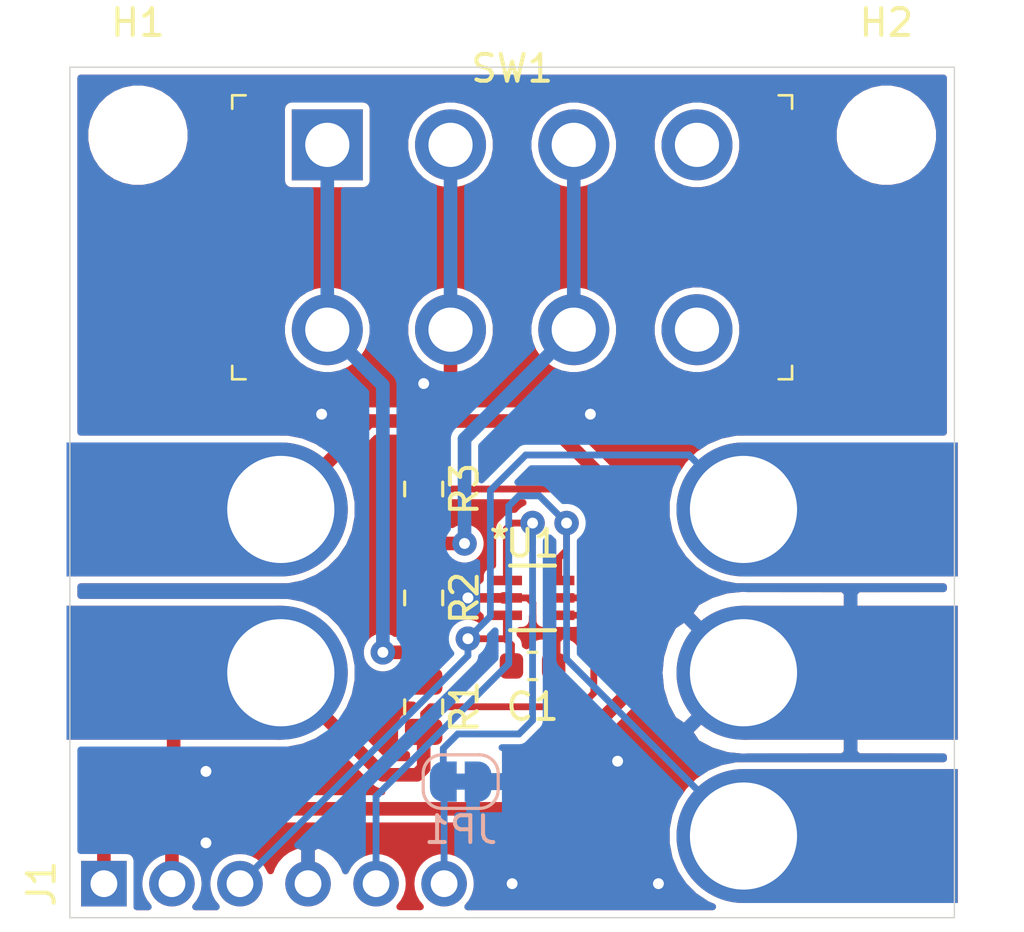
<source format=kicad_pcb>
(kicad_pcb (version 20171130) (host pcbnew "(5.1.0)-1")

  (general
    (thickness 1.6)
    (drawings 4)
    (tracks 114)
    (zones 0)
    (modules 15)
    (nets 11)
  )

  (page A4)
  (title_block
    (title "Current Sense Nano")
    (date 2019-09-02)
    (rev v01)
    (comment 2 creativecommons.org/licenses/by/4.0)
    (comment 3 "License: CC BY 4.0")
    (comment 4 "Author: Shawn Hymel")
  )

  (layers
    (0 F.Cu signal)
    (31 B.Cu signal)
    (32 B.Adhes user)
    (33 F.Adhes user)
    (34 B.Paste user)
    (35 F.Paste user)
    (36 B.SilkS user)
    (37 F.SilkS user)
    (38 B.Mask user)
    (39 F.Mask user)
    (40 Dwgs.User user)
    (41 Cmts.User user)
    (42 Eco1.User user)
    (43 Eco2.User user)
    (44 Edge.Cuts user)
    (45 Margin user)
    (46 B.CrtYd user)
    (47 F.CrtYd user)
    (48 B.Fab user)
    (49 F.Fab user)
  )

  (setup
    (last_trace_width 0.254)
    (user_trace_width 0.508)
    (trace_clearance 0.254)
    (zone_clearance 0.254)
    (zone_45_only no)
    (trace_min 0.1524)
    (via_size 0.9144)
    (via_drill 0.4064)
    (via_min_size 0.6858)
    (via_min_drill 0.3302)
    (uvia_size 0.9144)
    (uvia_drill 0.4064)
    (uvias_allowed no)
    (uvia_min_size 0)
    (uvia_min_drill 0)
    (edge_width 0.05)
    (segment_width 0.2)
    (pcb_text_width 0.3)
    (pcb_text_size 1.5 1.5)
    (mod_edge_width 0.12)
    (mod_text_size 1 1)
    (mod_text_width 0.15)
    (pad_size 1.524 1.524)
    (pad_drill 0.762)
    (pad_to_mask_clearance 0.051)
    (solder_mask_min_width 0.25)
    (aux_axis_origin 0 0)
    (visible_elements FFFFFF7F)
    (pcbplotparams
      (layerselection 0x01000_ffffffff)
      (usegerberextensions false)
      (usegerberattributes false)
      (usegerberadvancedattributes false)
      (creategerberjobfile false)
      (excludeedgelayer true)
      (linewidth 0.100000)
      (plotframeref false)
      (viasonmask false)
      (mode 1)
      (useauxorigin false)
      (hpglpennumber 1)
      (hpglpenspeed 20)
      (hpglpendiameter 15.000000)
      (psnegative false)
      (psa4output false)
      (plotreference false)
      (plotvalue false)
      (plotinvisibletext false)
      (padsonsilk false)
      (subtractmaskfromsilk false)
      (outputformat 1)
      (mirror false)
      (drillshape 0)
      (scaleselection 1)
      (outputdirectory "gerbers/"))
  )

  (net 0 "")
  (net 1 VS)
  (net 2 GND)
  (net 3 IN+)
  (net 4 IN-)
  (net 5 OUT)
  (net 6 REF)
  (net 7 pos_mA)
  (net 8 pos_uA)
  (net 9 "Net-(SW1-Pad4)")
  (net 10 "Net-(SW1-Pad8)")

  (net_class Default "This is the default net class."
    (clearance 0.254)
    (trace_width 0.254)
    (via_dia 0.9144)
    (via_drill 0.4064)
    (uvia_dia 0.9144)
    (uvia_drill 0.4064)
    (add_net GND)
    (add_net IN+)
    (add_net IN-)
    (add_net "Net-(SW1-Pad4)")
    (add_net "Net-(SW1-Pad8)")
    (add_net OUT)
    (add_net REF)
    (add_net VS)
    (add_net pos_mA)
    (add_net pos_uA)
  )

  (module Current_Sense_Nano:PinHeader_1x06_P2.54mm_Vertical_NoSilk (layer F.Cu) (tedit 5D6DE2AB) (tstamp 5D6E2E34)
    (at 128.27 132.08 90)
    (descr "Through hole straight pin header, 1x06, 2.54mm pitch, single row")
    (tags "Through hole pin header THT 1x06 2.54mm single row")
    (path /5D6391C7)
    (fp_text reference J1 (at 0 -2.33 90) (layer F.SilkS)
      (effects (font (size 1 1) (thickness 0.15)))
    )
    (fp_text value Conn_01x06 (at 0 15.03 90) (layer F.Fab) hide
      (effects (font (size 1 1) (thickness 0.15)))
    )
    (fp_text user %R (at 0 6.35 180) (layer F.Fab)
      (effects (font (size 1 1) (thickness 0.15)))
    )
    (fp_line (start 1.8 -1.8) (end -1.8 -1.8) (layer F.CrtYd) (width 0.05))
    (fp_line (start 1.8 14.5) (end 1.8 -1.8) (layer F.CrtYd) (width 0.05))
    (fp_line (start -1.8 14.5) (end 1.8 14.5) (layer F.CrtYd) (width 0.05))
    (fp_line (start -1.8 -1.8) (end -1.8 14.5) (layer F.CrtYd) (width 0.05))
    (fp_line (start -1.27 -0.635) (end -0.635 -1.27) (layer F.Fab) (width 0.1))
    (fp_line (start -1.27 13.97) (end -1.27 -0.635) (layer F.Fab) (width 0.1))
    (fp_line (start 1.27 13.97) (end -1.27 13.97) (layer F.Fab) (width 0.1))
    (fp_line (start 1.27 -1.27) (end 1.27 13.97) (layer F.Fab) (width 0.1))
    (fp_line (start -0.635 -1.27) (end 1.27 -1.27) (layer F.Fab) (width 0.1))
    (pad 6 thru_hole oval (at 0 12.7 90) (size 1.7 1.7) (drill 1) (layers *.Cu *.Mask)
      (net 6 REF))
    (pad 5 thru_hole oval (at 0 10.16 90) (size 1.7 1.7) (drill 1) (layers *.Cu *.Mask)
      (net 5 OUT))
    (pad 4 thru_hole oval (at 0 7.62 90) (size 1.7 1.7) (drill 1) (layers *.Cu *.Mask)
      (net 2 GND))
    (pad 3 thru_hole oval (at 0 5.08 90) (size 1.7 1.7) (drill 1) (layers *.Cu *.Mask)
      (net 1 VS))
    (pad 2 thru_hole oval (at 0 2.54 90) (size 1.7 1.7) (drill 1) (layers *.Cu *.Mask)
      (net 4 IN-))
    (pad 1 thru_hole rect (at 0 0 90) (size 1.7 1.7) (drill 1) (layers *.Cu *.Mask)
      (net 3 IN+))
    (model ${KISYS3DMOD}/Connector_PinHeader_2.54mm.3dshapes/PinHeader_1x06_P2.54mm_Vertical.wrl
      (at (xyz 0 0 0))
      (scale (xyz 1 1 1))
      (rotate (xyz 0 0 0))
    )
  )

  (module Capacitor_SMD:C_0603_1608Metric (layer F.Cu) (tedit 5B301BBE) (tstamp 5D6E5648)
    (at 144.272 123.952)
    (descr "Capacitor SMD 0603 (1608 Metric), square (rectangular) end terminal, IPC_7351 nominal, (Body size source: http://www.tortai-tech.com/upload/download/2011102023233369053.pdf), generated with kicad-footprint-generator")
    (tags capacitor)
    (path /5D636877)
    (attr smd)
    (fp_text reference C1 (at 0 1.524) (layer F.SilkS)
      (effects (font (size 1 1) (thickness 0.15)))
    )
    (fp_text value "0.1 uF" (at 0 1.43) (layer F.Fab) hide
      (effects (font (size 1 1) (thickness 0.15)))
    )
    (fp_line (start -0.8 0.4) (end -0.8 -0.4) (layer F.Fab) (width 0.1))
    (fp_line (start -0.8 -0.4) (end 0.8 -0.4) (layer F.Fab) (width 0.1))
    (fp_line (start 0.8 -0.4) (end 0.8 0.4) (layer F.Fab) (width 0.1))
    (fp_line (start 0.8 0.4) (end -0.8 0.4) (layer F.Fab) (width 0.1))
    (fp_line (start -0.162779 -0.51) (end 0.162779 -0.51) (layer F.SilkS) (width 0.12))
    (fp_line (start -0.162779 0.51) (end 0.162779 0.51) (layer F.SilkS) (width 0.12))
    (fp_line (start -1.48 0.73) (end -1.48 -0.73) (layer F.CrtYd) (width 0.05))
    (fp_line (start -1.48 -0.73) (end 1.48 -0.73) (layer F.CrtYd) (width 0.05))
    (fp_line (start 1.48 -0.73) (end 1.48 0.73) (layer F.CrtYd) (width 0.05))
    (fp_line (start 1.48 0.73) (end -1.48 0.73) (layer F.CrtYd) (width 0.05))
    (fp_text user %R (at 0 0) (layer F.Fab)
      (effects (font (size 0.4 0.4) (thickness 0.06)))
    )
    (pad 1 smd roundrect (at -0.7875 0) (size 0.875 0.95) (layers F.Cu F.Paste F.Mask) (roundrect_rratio 0.25)
      (net 1 VS))
    (pad 2 smd roundrect (at 0.7875 0) (size 0.875 0.95) (layers F.Cu F.Paste F.Mask) (roundrect_rratio 0.25)
      (net 2 GND))
    (model ${KISYS3DMOD}/Capacitor_SMD.3dshapes/C_0603_1608Metric.wrl
      (at (xyz 0 0 0))
      (scale (xyz 1 1 1))
      (rotate (xyz 0 0 0))
    )
  )

  (module Current_Sense_Nano:z_BBC-BIT (layer F.Cu) (tedit 581EF109) (tstamp 5D6E2A0E)
    (at 134.874 124.206 270)
    (path /5D6C96CE)
    (fp_text reference J2 (at 0 0.125 270) (layer F.Fab)
      (effects (font (size 0.1 0.1) (thickness 0.01)))
    )
    (fp_text value Conn_01x01 (at 0 -0.125 270) (layer F.Fab)
      (effects (font (size 0.1 0.1) (thickness 0.01)))
    )
    (fp_text user %R (at 0 0 90) (layer Eco1.User)
      (effects (font (size 0.3 0.3) (thickness 0.03)))
    )
    (fp_line (start 0 -3.1) (end 0 3.1) (layer Cmts.User) (width 0.05))
    (fp_line (start -3.1 0) (end 3.1 0) (layer Cmts.User) (width 0.05))
    (fp_arc (start 0 0) (end -2.7 0) (angle 180) (layer F.CrtYd) (width 0.05))
    (fp_line (start 2.7 8.2) (end 2.7 0) (layer F.CrtYd) (width 0.05))
    (fp_line (start -2.7 8.2) (end 2.7 8.2) (layer F.CrtYd) (width 0.05))
    (fp_line (start -2.7 0) (end -2.7 8.2) (layer F.CrtYd) (width 0.05))
    (pad 1 thru_hole circle (at 0 0 270) (size 5 5) (drill 4) (layers *.Cu *.Mask)
      (net 3 IN+))
    (pad 1 smd rect (at 0 4 270) (size 5 8) (layers F.Cu F.Mask)
      (net 3 IN+))
    (pad 1 smd rect (at 0 4 270) (size 5 8) (layers *.Mask B.Cu)
      (net 3 IN+))
  )

  (module Current_Sense_Nano:z_BBC-BIT (layer F.Cu) (tedit 581EF109) (tstamp 5D6E3513)
    (at 134.874 118.11 270)
    (path /5D6C9B41)
    (fp_text reference J3 (at 0 0.125 270) (layer F.Fab)
      (effects (font (size 0.1 0.1) (thickness 0.01)))
    )
    (fp_text value Conn_01x01 (at 0 -0.125 270) (layer F.Fab)
      (effects (font (size 0.1 0.1) (thickness 0.01)))
    )
    (fp_line (start -2.7 0) (end -2.7 8.2) (layer F.CrtYd) (width 0.05))
    (fp_line (start -2.7 8.2) (end 2.7 8.2) (layer F.CrtYd) (width 0.05))
    (fp_line (start 2.7 8.2) (end 2.7 0) (layer F.CrtYd) (width 0.05))
    (fp_arc (start 0 0) (end -2.7 0) (angle 180) (layer F.CrtYd) (width 0.05))
    (fp_line (start -3.1 0) (end 3.1 0) (layer Cmts.User) (width 0.05))
    (fp_line (start 0 -3.1) (end 0 3.1) (layer Cmts.User) (width 0.05))
    (fp_text user %R (at 0 0 90) (layer Eco1.User)
      (effects (font (size 0.3 0.3) (thickness 0.03)))
    )
    (pad 1 smd rect (at 0 4 270) (size 5 8) (layers *.Mask B.Cu)
      (net 4 IN-))
    (pad 1 smd rect (at 0 4 270) (size 5 8) (layers F.Cu F.Mask)
      (net 4 IN-))
    (pad 1 thru_hole circle (at 0 0 270) (size 5 5) (drill 4) (layers *.Cu *.Mask)
      (net 4 IN-))
  )

  (module Current_Sense_Nano:z_BBC-BIT (layer F.Cu) (tedit 581EF109) (tstamp 5D6E2A2A)
    (at 152.146 118.11 90)
    (path /5D6C9BE1)
    (fp_text reference J4 (at 0 0.125 90) (layer F.Fab)
      (effects (font (size 0.1 0.1) (thickness 0.01)))
    )
    (fp_text value Conn_01x01 (at 0 -0.125 90) (layer F.Fab)
      (effects (font (size 0.1 0.1) (thickness 0.01)))
    )
    (fp_text user %R (at 0 0 270) (layer Eco1.User)
      (effects (font (size 0.3 0.3) (thickness 0.03)))
    )
    (fp_line (start 0 -3.1) (end 0 3.1) (layer Cmts.User) (width 0.05))
    (fp_line (start -3.1 0) (end 3.1 0) (layer Cmts.User) (width 0.05))
    (fp_arc (start 0 0) (end -2.7 0) (angle 180) (layer F.CrtYd) (width 0.05))
    (fp_line (start 2.7 8.2) (end 2.7 0) (layer F.CrtYd) (width 0.05))
    (fp_line (start -2.7 8.2) (end 2.7 8.2) (layer F.CrtYd) (width 0.05))
    (fp_line (start -2.7 0) (end -2.7 8.2) (layer F.CrtYd) (width 0.05))
    (pad 1 thru_hole circle (at 0 0 90) (size 5 5) (drill 4) (layers *.Cu *.Mask)
      (net 1 VS))
    (pad 1 smd rect (at 0 4 90) (size 5 8) (layers F.Cu F.Mask)
      (net 1 VS))
    (pad 1 smd rect (at 0 4 90) (size 5 8) (layers *.Mask B.Cu)
      (net 1 VS))
  )

  (module Current_Sense_Nano:z_BBC-BIT (layer F.Cu) (tedit 581EF109) (tstamp 5D6E2A38)
    (at 152.146 124.206 90)
    (path /5D6CA3D5)
    (fp_text reference J5 (at 0 0.125 90) (layer F.Fab)
      (effects (font (size 0.1 0.1) (thickness 0.01)))
    )
    (fp_text value Conn_01x01 (at 0 -0.125 90) (layer F.Fab)
      (effects (font (size 0.1 0.1) (thickness 0.01)))
    )
    (fp_line (start -2.7 0) (end -2.7 8.2) (layer F.CrtYd) (width 0.05))
    (fp_line (start -2.7 8.2) (end 2.7 8.2) (layer F.CrtYd) (width 0.05))
    (fp_line (start 2.7 8.2) (end 2.7 0) (layer F.CrtYd) (width 0.05))
    (fp_arc (start 0 0) (end -2.7 0) (angle 180) (layer F.CrtYd) (width 0.05))
    (fp_line (start -3.1 0) (end 3.1 0) (layer Cmts.User) (width 0.05))
    (fp_line (start 0 -3.1) (end 0 3.1) (layer Cmts.User) (width 0.05))
    (fp_text user %R (at 0 0 270) (layer Eco1.User)
      (effects (font (size 0.3 0.3) (thickness 0.03)))
    )
    (pad 1 smd rect (at 0 4 90) (size 5 8) (layers *.Mask B.Cu)
      (net 2 GND))
    (pad 1 smd rect (at 0 4 90) (size 5 8) (layers F.Cu F.Mask)
      (net 2 GND))
    (pad 1 thru_hole circle (at 0 0 90) (size 5 5) (drill 4) (layers *.Cu *.Mask)
      (net 2 GND))
  )

  (module Current_Sense_Nano:z_BBC-BIT (layer F.Cu) (tedit 581EF109) (tstamp 5D6E3E1C)
    (at 152.146 130.302 90)
    (path /5D6CABE9)
    (fp_text reference J6 (at 0 0.125 90) (layer F.Fab)
      (effects (font (size 0.1 0.1) (thickness 0.01)))
    )
    (fp_text value Conn_01x01 (at 0 -0.125 90) (layer F.Fab)
      (effects (font (size 0.1 0.1) (thickness 0.01)))
    )
    (fp_text user %R (at 0 0 270) (layer Eco1.User)
      (effects (font (size 0.3 0.3) (thickness 0.03)))
    )
    (fp_line (start 0 -3.1) (end 0 3.1) (layer Cmts.User) (width 0.05))
    (fp_line (start -3.1 0) (end 3.1 0) (layer Cmts.User) (width 0.05))
    (fp_arc (start 0 0) (end -2.7 0) (angle 180) (layer F.CrtYd) (width 0.05))
    (fp_line (start 2.7 8.2) (end 2.7 0) (layer F.CrtYd) (width 0.05))
    (fp_line (start -2.7 8.2) (end 2.7 8.2) (layer F.CrtYd) (width 0.05))
    (fp_line (start -2.7 0) (end -2.7 8.2) (layer F.CrtYd) (width 0.05))
    (pad 1 thru_hole circle (at 0 0 90) (size 5 5) (drill 4) (layers *.Cu *.Mask)
      (net 5 OUT))
    (pad 1 smd rect (at 0 4 90) (size 5 8) (layers F.Cu F.Mask)
      (net 5 OUT))
    (pad 1 smd rect (at 0 4 90) (size 5 8) (layers *.Mask B.Cu)
      (net 5 OUT))
  )

  (module Jumper:SolderJumper-2_P1.3mm_Bridged_RoundedPad1.0x1.5mm (layer B.Cu) (tedit 5C745284) (tstamp 5D6E2A59)
    (at 141.59 128.27)
    (descr "SMD Solder Jumper, 1x1.5mm, rounded Pads, 0.3mm gap, bridged with 1 copper strip")
    (tags "solder jumper open")
    (path /5D6E06B6)
    (attr virtual)
    (fp_text reference JP1 (at 0 1.8) (layer B.SilkS)
      (effects (font (size 1 1) (thickness 0.15)) (justify mirror))
    )
    (fp_text value SolderJumper_2_Bridged (at 0 -1.9) (layer B.Fab) hide
      (effects (font (size 1 1) (thickness 0.15)) (justify mirror))
    )
    (fp_arc (start 0.7 0.3) (end 1.4 0.3) (angle 90) (layer B.SilkS) (width 0.12))
    (fp_arc (start 0.7 -0.3) (end 0.7 -1) (angle 90) (layer B.SilkS) (width 0.12))
    (fp_arc (start -0.7 -0.3) (end -1.4 -0.3) (angle 90) (layer B.SilkS) (width 0.12))
    (fp_arc (start -0.7 0.3) (end -0.7 1) (angle 90) (layer B.SilkS) (width 0.12))
    (fp_line (start -1.4 -0.3) (end -1.4 0.3) (layer B.SilkS) (width 0.12))
    (fp_line (start 0.7 -1) (end -0.7 -1) (layer B.SilkS) (width 0.12))
    (fp_line (start 1.4 0.3) (end 1.4 -0.3) (layer B.SilkS) (width 0.12))
    (fp_line (start -0.7 1) (end 0.7 1) (layer B.SilkS) (width 0.12))
    (fp_line (start -1.65 1.25) (end 1.65 1.25) (layer B.CrtYd) (width 0.05))
    (fp_line (start -1.65 1.25) (end -1.65 -1.25) (layer B.CrtYd) (width 0.05))
    (fp_line (start 1.65 -1.25) (end 1.65 1.25) (layer B.CrtYd) (width 0.05))
    (fp_line (start 1.65 -1.25) (end -1.65 -1.25) (layer B.CrtYd) (width 0.05))
    (fp_poly (pts (xy 0.25 0.3) (xy -0.25 0.3) (xy -0.25 -0.3) (xy 0.25 -0.3)) (layer B.Cu) (width 0))
    (pad 2 smd custom (at 0.65 0) (size 1 0.5) (layers B.Cu B.Mask)
      (net 2 GND) (zone_connect 2)
      (options (clearance outline) (anchor rect))
      (primitives
        (gr_circle (center 0 -0.25) (end 0.5 -0.25) (width 0))
        (gr_circle (center 0 0.25) (end 0.5 0.25) (width 0))
        (gr_poly (pts
           (xy 0 0.75) (xy -0.5 0.75) (xy -0.5 -0.75) (xy 0 -0.75)) (width 0))
      ))
    (pad 1 smd custom (at -0.65 0) (size 1 0.5) (layers B.Cu B.Mask)
      (net 6 REF) (zone_connect 2)
      (options (clearance outline) (anchor rect))
      (primitives
        (gr_circle (center 0 -0.25) (end 0.5 -0.25) (width 0))
        (gr_circle (center 0 0.25) (end 0.5 0.25) (width 0))
        (gr_poly (pts
           (xy 0 0.75) (xy 0.5 0.75) (xy 0.5 -0.75) (xy 0 -0.75)) (width 0))
      ))
  )

  (module Resistor_SMD:R_0805_2012Metric (layer F.Cu) (tedit 5B36C52B) (tstamp 5D6E2A6A)
    (at 140.208 125.476 90)
    (descr "Resistor SMD 0805 (2012 Metric), square (rectangular) end terminal, IPC_7351 nominal, (Body size source: https://docs.google.com/spreadsheets/d/1BsfQQcO9C6DZCsRaXUlFlo91Tg2WpOkGARC1WS5S8t0/edit?usp=sharing), generated with kicad-footprint-generator")
    (tags resistor)
    (path /5D637D40)
    (attr smd)
    (fp_text reference R1 (at 0 1.524 90) (layer F.SilkS)
      (effects (font (size 1 1) (thickness 0.15)))
    )
    (fp_text value 0.01 (at 0 1.65 90) (layer F.Fab) hide
      (effects (font (size 1 1) (thickness 0.15)))
    )
    (fp_line (start -1 0.6) (end -1 -0.6) (layer F.Fab) (width 0.1))
    (fp_line (start -1 -0.6) (end 1 -0.6) (layer F.Fab) (width 0.1))
    (fp_line (start 1 -0.6) (end 1 0.6) (layer F.Fab) (width 0.1))
    (fp_line (start 1 0.6) (end -1 0.6) (layer F.Fab) (width 0.1))
    (fp_line (start -0.258578 -0.71) (end 0.258578 -0.71) (layer F.SilkS) (width 0.12))
    (fp_line (start -0.258578 0.71) (end 0.258578 0.71) (layer F.SilkS) (width 0.12))
    (fp_line (start -1.68 0.95) (end -1.68 -0.95) (layer F.CrtYd) (width 0.05))
    (fp_line (start -1.68 -0.95) (end 1.68 -0.95) (layer F.CrtYd) (width 0.05))
    (fp_line (start 1.68 -0.95) (end 1.68 0.95) (layer F.CrtYd) (width 0.05))
    (fp_line (start 1.68 0.95) (end -1.68 0.95) (layer F.CrtYd) (width 0.05))
    (fp_text user %R (at 0 0 90) (layer F.Fab)
      (effects (font (size 0.5 0.5) (thickness 0.08)))
    )
    (pad 1 smd roundrect (at -0.9375 0 90) (size 0.975 1.4) (layers F.Cu F.Paste F.Mask) (roundrect_rratio 0.25)
      (net 3 IN+))
    (pad 2 smd roundrect (at 0.9375 0 90) (size 0.975 1.4) (layers F.Cu F.Paste F.Mask) (roundrect_rratio 0.25)
      (net 7 pos_mA))
    (model ${KISYS3DMOD}/Resistor_SMD.3dshapes/R_0805_2012Metric.wrl
      (at (xyz 0 0 0))
      (scale (xyz 1 1 1))
      (rotate (xyz 0 0 0))
    )
  )

  (module Resistor_SMD:R_0805_2012Metric (layer F.Cu) (tedit 5B36C52B) (tstamp 5D6E3001)
    (at 140.208 121.412 90)
    (descr "Resistor SMD 0805 (2012 Metric), square (rectangular) end terminal, IPC_7351 nominal, (Body size source: https://docs.google.com/spreadsheets/d/1BsfQQcO9C6DZCsRaXUlFlo91Tg2WpOkGARC1WS5S8t0/edit?usp=sharing), generated with kicad-footprint-generator")
    (tags resistor)
    (path /5D638923)
    (attr smd)
    (fp_text reference R2 (at 0 1.524 90) (layer F.SilkS)
      (effects (font (size 1 1) (thickness 0.15)))
    )
    (fp_text value 10 (at 0 1.65 90) (layer F.Fab) hide
      (effects (font (size 1 1) (thickness 0.15)))
    )
    (fp_text user %R (at 0 0 90) (layer F.Fab)
      (effects (font (size 0.5 0.5) (thickness 0.08)))
    )
    (fp_line (start 1.68 0.95) (end -1.68 0.95) (layer F.CrtYd) (width 0.05))
    (fp_line (start 1.68 -0.95) (end 1.68 0.95) (layer F.CrtYd) (width 0.05))
    (fp_line (start -1.68 -0.95) (end 1.68 -0.95) (layer F.CrtYd) (width 0.05))
    (fp_line (start -1.68 0.95) (end -1.68 -0.95) (layer F.CrtYd) (width 0.05))
    (fp_line (start -0.258578 0.71) (end 0.258578 0.71) (layer F.SilkS) (width 0.12))
    (fp_line (start -0.258578 -0.71) (end 0.258578 -0.71) (layer F.SilkS) (width 0.12))
    (fp_line (start 1 0.6) (end -1 0.6) (layer F.Fab) (width 0.1))
    (fp_line (start 1 -0.6) (end 1 0.6) (layer F.Fab) (width 0.1))
    (fp_line (start -1 -0.6) (end 1 -0.6) (layer F.Fab) (width 0.1))
    (fp_line (start -1 0.6) (end -1 -0.6) (layer F.Fab) (width 0.1))
    (pad 2 smd roundrect (at 0.9375 0 90) (size 0.975 1.4) (layers F.Cu F.Paste F.Mask) (roundrect_rratio 0.25)
      (net 8 pos_uA))
    (pad 1 smd roundrect (at -0.9375 0 90) (size 0.975 1.4) (layers F.Cu F.Paste F.Mask) (roundrect_rratio 0.25)
      (net 7 pos_mA))
    (model ${KISYS3DMOD}/Resistor_SMD.3dshapes/R_0805_2012Metric.wrl
      (at (xyz 0 0 0))
      (scale (xyz 1 1 1))
      (rotate (xyz 0 0 0))
    )
  )

  (module Resistor_SMD:R_0805_2012Metric (layer F.Cu) (tedit 5B36C52B) (tstamp 5D6E57DC)
    (at 140.208 117.348 90)
    (descr "Resistor SMD 0805 (2012 Metric), square (rectangular) end terminal, IPC_7351 nominal, (Body size source: https://docs.google.com/spreadsheets/d/1BsfQQcO9C6DZCsRaXUlFlo91Tg2WpOkGARC1WS5S8t0/edit?usp=sharing), generated with kicad-footprint-generator")
    (tags resistor)
    (path /5D638BB3)
    (attr smd)
    (fp_text reference R3 (at 0 1.524 90) (layer F.SilkS)
      (effects (font (size 1 1) (thickness 0.15)))
    )
    (fp_text value 10k (at 0 1.65 90) (layer F.Fab) hide
      (effects (font (size 1 1) (thickness 0.15)))
    )
    (fp_line (start -1 0.6) (end -1 -0.6) (layer F.Fab) (width 0.1))
    (fp_line (start -1 -0.6) (end 1 -0.6) (layer F.Fab) (width 0.1))
    (fp_line (start 1 -0.6) (end 1 0.6) (layer F.Fab) (width 0.1))
    (fp_line (start 1 0.6) (end -1 0.6) (layer F.Fab) (width 0.1))
    (fp_line (start -0.258578 -0.71) (end 0.258578 -0.71) (layer F.SilkS) (width 0.12))
    (fp_line (start -0.258578 0.71) (end 0.258578 0.71) (layer F.SilkS) (width 0.12))
    (fp_line (start -1.68 0.95) (end -1.68 -0.95) (layer F.CrtYd) (width 0.05))
    (fp_line (start -1.68 -0.95) (end 1.68 -0.95) (layer F.CrtYd) (width 0.05))
    (fp_line (start 1.68 -0.95) (end 1.68 0.95) (layer F.CrtYd) (width 0.05))
    (fp_line (start 1.68 0.95) (end -1.68 0.95) (layer F.CrtYd) (width 0.05))
    (fp_text user %R (at 0 0 90) (layer F.Fab)
      (effects (font (size 0.5 0.5) (thickness 0.08)))
    )
    (pad 1 smd roundrect (at -0.9375 0 90) (size 0.975 1.4) (layers F.Cu F.Paste F.Mask) (roundrect_rratio 0.25)
      (net 8 pos_uA))
    (pad 2 smd roundrect (at 0.9375 0 90) (size 0.975 1.4) (layers F.Cu F.Paste F.Mask) (roundrect_rratio 0.25)
      (net 4 IN-))
    (model ${KISYS3DMOD}/Resistor_SMD.3dshapes/R_0805_2012Metric.wrl
      (at (xyz 0 0 0))
      (scale (xyz 1 1 1))
      (rotate (xyz 0 0 0))
    )
  )

  (module Current_Sense_Nano:Switch_Slide_20.7x10.4mm_G-128S-0157 (layer F.Cu) (tedit 5D6C30B4) (tstamp 5D6E3658)
    (at 143.51 107.95)
    (descr http://spec_sheets.e-switch.com/specs/P040040.pdf)
    (path /5D634AEE)
    (fp_text reference SW1 (at 0 -6.3) (layer F.SilkS)
      (effects (font (size 1 1) (thickness 0.15)))
    )
    (fp_text value SW_DP3T (at 0 6.4) (layer F.Fab)
      (effects (font (size 1 1) (thickness 0.15)))
    )
    (fp_line (start -10.6 5.45) (end 10.6 5.45) (layer F.CrtYd) (width 0.05))
    (fp_line (start 10.6 -5.45) (end 10.6 5.45) (layer F.CrtYd) (width 0.05))
    (fp_line (start 10.35 -5.2) (end 10.35 5.2) (layer F.Fab) (width 0.1))
    (fp_line (start -10.35 5.2) (end 10.35 5.2) (layer F.Fab) (width 0.1))
    (fp_line (start -10.35 -5.2) (end 10.35 -5.2) (layer F.Fab) (width 0.1))
    (fp_line (start -10.35 -5.2) (end -10.35 5.2) (layer F.Fab) (width 0.1))
    (fp_line (start 10.45 -5.3) (end 9.95 -5.3) (layer F.SilkS) (width 0.1))
    (fp_line (start 10.45 -5.3) (end 10.45 -4.8) (layer F.SilkS) (width 0.1))
    (fp_line (start -10.45 -5.3) (end -10.45 -4.8) (layer F.SilkS) (width 0.1))
    (fp_line (start -10.45 -5.3) (end -9.95 -5.3) (layer F.SilkS) (width 0.1))
    (fp_line (start -10.45 5.3) (end -10.45 4.8) (layer F.SilkS) (width 0.1))
    (fp_line (start -10.45 5.3) (end -9.95 5.3) (layer F.SilkS) (width 0.1))
    (fp_line (start 10.45 5.3) (end 10.45 4.8) (layer F.SilkS) (width 0.1))
    (fp_line (start 10.45 5.3) (end 9.95 5.3) (layer F.SilkS) (width 0.1))
    (fp_line (start -10.6 -5.45) (end 10.6 -5.45) (layer F.CrtYd) (width 0.05))
    (fp_line (start -10.6 -5.45) (end -10.6 5.45) (layer F.CrtYd) (width 0.05))
    (fp_text user %R (at 0 -6.3) (layer F.Fab)
      (effects (font (size 1 1) (thickness 0.15)))
    )
    (pad 5 thru_hole circle (at -6.9 3.45) (size 2.65 2.65) (drill 1.65) (layers *.Cu *.Mask)
      (net 7 pos_mA))
    (pad 6 thru_hole circle (at -2.3 3.45) (size 2.65 2.65) (drill 1.65) (layers *.Cu *.Mask)
      (net 4 IN-))
    (pad 7 thru_hole circle (at 2.3 3.45) (size 2.65 2.65) (drill 1.65) (layers *.Cu *.Mask)
      (net 8 pos_uA))
    (pad 8 thru_hole circle (at 6.9 3.45) (size 2.65 2.65) (drill 1.65) (layers *.Cu *.Mask)
      (net 10 "Net-(SW1-Pad8)"))
    (pad 4 thru_hole circle (at 6.9 -3.45) (size 2.65 2.65) (drill 1.65) (layers *.Cu *.Mask)
      (net 9 "Net-(SW1-Pad4)"))
    (pad 3 thru_hole circle (at 2.3 -3.45) (size 2.65 2.65) (drill 1.65) (layers *.Cu *.Mask)
      (net 8 pos_uA))
    (pad 1 thru_hole rect (at -6.9 -3.45) (size 2.65 2.65) (drill 1.65) (layers *.Cu *.Mask)
      (net 7 pos_mA))
    (pad 2 thru_hole circle (at -2.3 -3.45) (size 2.65 2.65) (drill 1.65) (layers *.Cu *.Mask)
      (net 4 IN-))
  )

  (module footprints:INA214AIDCKR (layer F.Cu) (tedit 0) (tstamp 5D6E2AE1)
    (at 144.272 121.412)
    (path /5D63557D)
    (fp_text reference U1 (at 0 -2.032) (layer F.SilkS)
      (effects (font (size 1 1) (thickness 0.15)))
    )
    (fp_text value INA214AIDCKR (at 0 0) (layer F.SilkS) hide
      (effects (font (size 1 1) (thickness 0.15)))
    )
    (fp_text user "Copyright 2016 Accelerated Designs. All rights reserved." (at 0 0) (layer Cmts.User)
      (effects (font (size 0.127 0.127) (thickness 0.002)))
    )
    (fp_text user * (at -1.2319 -2.1486) (layer F.SilkS)
      (effects (font (size 1 1) (thickness 0.15)))
    )
    (fp_text user * (at -0.3302 -1.0033) (layer F.Fab)
      (effects (font (size 1 1) (thickness 0.15)))
    )
    (fp_line (start -0.7112 -0.4976) (end -0.7112 -0.8024) (layer F.Fab) (width 0.1524))
    (fp_line (start -0.7112 -0.8024) (end -1.2065 -0.8024) (layer F.Fab) (width 0.1524))
    (fp_line (start -1.2065 -0.8024) (end -1.2065 -0.4976) (layer F.Fab) (width 0.1524))
    (fp_line (start -1.2065 -0.4976) (end -0.7112 -0.4976) (layer F.Fab) (width 0.1524))
    (fp_line (start -0.7112 0.1524) (end -0.7112 -0.1524) (layer F.Fab) (width 0.1524))
    (fp_line (start -0.7112 -0.1524) (end -1.2065 -0.1524) (layer F.Fab) (width 0.1524))
    (fp_line (start -1.2065 -0.1524) (end -1.2065 0.1524) (layer F.Fab) (width 0.1524))
    (fp_line (start -1.2065 0.1524) (end -0.7112 0.1524) (layer F.Fab) (width 0.1524))
    (fp_line (start -0.7112 0.8024) (end -0.7112 0.4976) (layer F.Fab) (width 0.1524))
    (fp_line (start -0.7112 0.4976) (end -1.2065 0.4976) (layer F.Fab) (width 0.1524))
    (fp_line (start -1.2065 0.4976) (end -1.2065 0.8024) (layer F.Fab) (width 0.1524))
    (fp_line (start -1.2065 0.8024) (end -0.7112 0.8024) (layer F.Fab) (width 0.1524))
    (fp_line (start 0.7112 0.4976) (end 0.7112 0.8024) (layer F.Fab) (width 0.1524))
    (fp_line (start 0.7112 0.8024) (end 1.2065 0.8024) (layer F.Fab) (width 0.1524))
    (fp_line (start 1.2065 0.8024) (end 1.2065 0.4976) (layer F.Fab) (width 0.1524))
    (fp_line (start 1.2065 0.4976) (end 0.7112 0.4976) (layer F.Fab) (width 0.1524))
    (fp_line (start 0.7112 -0.1524) (end 0.7112 0.1524) (layer F.Fab) (width 0.1524))
    (fp_line (start 0.7112 0.1524) (end 1.2065 0.1524) (layer F.Fab) (width 0.1524))
    (fp_line (start 1.2065 0.1524) (end 1.2065 -0.1524) (layer F.Fab) (width 0.1524))
    (fp_line (start 1.2065 -0.1524) (end 0.7112 -0.1524) (layer F.Fab) (width 0.1524))
    (fp_line (start 0.7112 -0.8024) (end 0.7112 -0.4976) (layer F.Fab) (width 0.1524))
    (fp_line (start 0.7112 -0.4976) (end 1.2065 -0.4976) (layer F.Fab) (width 0.1524))
    (fp_line (start 1.2065 -0.4976) (end 1.2065 -0.8024) (layer F.Fab) (width 0.1524))
    (fp_line (start 1.2065 -0.8024) (end 0.7112 -0.8024) (layer F.Fab) (width 0.1524))
    (fp_line (start -0.8382 1.2065) (end 0.8382 1.2065) (layer F.SilkS) (width 0.1524))
    (fp_line (start 0.8382 -1.2065) (end -0.8382 -1.2065) (layer F.SilkS) (width 0.1524))
    (fp_line (start -0.7112 1.0795) (end 0.7112 1.0795) (layer F.Fab) (width 0.1524))
    (fp_line (start 0.7112 1.0795) (end 0.7112 -1.0795) (layer F.Fab) (width 0.1524))
    (fp_line (start 0.7112 -1.0795) (end -0.7112 -1.0795) (layer F.Fab) (width 0.1524))
    (fp_line (start -0.7112 -1.0795) (end -0.7112 1.0795) (layer F.Fab) (width 0.1524))
    (fp_line (start -1.8161 1.0818) (end -1.8161 -1.0818) (layer F.CrtYd) (width 0.1524))
    (fp_line (start -1.8161 -1.0818) (end -0.9652 -1.0818) (layer F.CrtYd) (width 0.1524))
    (fp_line (start -0.9652 -1.0818) (end -0.9652 -1.3335) (layer F.CrtYd) (width 0.1524))
    (fp_line (start -0.9652 -1.3335) (end 0.9652 -1.3335) (layer F.CrtYd) (width 0.1524))
    (fp_line (start 0.9652 -1.3335) (end 0.9652 -1.0818) (layer F.CrtYd) (width 0.1524))
    (fp_line (start 0.9652 -1.0818) (end 1.8161 -1.0818) (layer F.CrtYd) (width 0.1524))
    (fp_line (start 1.8161 -1.0818) (end 1.8161 1.0818) (layer F.CrtYd) (width 0.1524))
    (fp_line (start 1.8161 1.0818) (end 0.9652 1.0818) (layer F.CrtYd) (width 0.1524))
    (fp_line (start 0.9652 1.0818) (end 0.9652 1.3335) (layer F.CrtYd) (width 0.1524))
    (fp_line (start 0.9652 1.3335) (end -0.9652 1.3335) (layer F.CrtYd) (width 0.1524))
    (fp_line (start -0.9652 1.3335) (end -0.9652 1.0818) (layer F.CrtYd) (width 0.1524))
    (fp_line (start -0.9652 1.0818) (end -1.8161 1.0818) (layer F.CrtYd) (width 0.1524))
    (fp_arc (start 0 -1.0795) (end 0.3048 -1.0795) (angle 180) (layer F.Fab) (width 0.1524))
    (pad 1 smd rect (at -0.9779 -0.649999) (size 1.1684 0.3556) (layers F.Cu F.Paste F.Mask)
      (net 6 REF))
    (pad 2 smd rect (at -0.9779 0) (size 1.1684 0.3556) (layers F.Cu F.Paste F.Mask)
      (net 2 GND))
    (pad 3 smd rect (at -0.9779 0.649999) (size 1.1684 0.3556) (layers F.Cu F.Paste F.Mask)
      (net 1 VS))
    (pad 4 smd rect (at 0.9779 0.649999) (size 1.1684 0.3556) (layers F.Cu F.Paste F.Mask)
      (net 3 IN+))
    (pad 5 smd rect (at 0.9779 0) (size 1.1684 0.3556) (layers F.Cu F.Paste F.Mask)
      (net 4 IN-))
    (pad 6 smd rect (at 0.9779 -0.649999) (size 1.1684 0.3556) (layers F.Cu F.Paste F.Mask)
      (net 5 OUT))
  )

  (module MountingHole:MountingHole_3.2mm_M3 (layer F.Cu) (tedit 56D1B4CB) (tstamp 5D6E5298)
    (at 129.54 104.14)
    (descr "Mounting Hole 3.2mm, no annular, M3")
    (tags "mounting hole 3.2mm no annular m3")
    (path /5D741675)
    (attr virtual)
    (fp_text reference H1 (at 0 -4.2) (layer F.SilkS)
      (effects (font (size 1 1) (thickness 0.15)))
    )
    (fp_text value MountingHole (at 0 4.2) (layer F.Fab)
      (effects (font (size 1 1) (thickness 0.15)))
    )
    (fp_text user %R (at 0.3 0) (layer F.Fab)
      (effects (font (size 1 1) (thickness 0.15)))
    )
    (fp_circle (center 0 0) (end 3.2 0) (layer Cmts.User) (width 0.15))
    (fp_circle (center 0 0) (end 3.45 0) (layer F.CrtYd) (width 0.05))
    (pad 1 np_thru_hole circle (at 0 0) (size 3.2 3.2) (drill 3.2) (layers *.Cu *.Mask))
  )

  (module MountingHole:MountingHole_3.2mm_M3 (layer F.Cu) (tedit 56D1B4CB) (tstamp 5D6E52A0)
    (at 157.48 104.14)
    (descr "Mounting Hole 3.2mm, no annular, M3")
    (tags "mounting hole 3.2mm no annular m3")
    (path /5D741F07)
    (attr virtual)
    (fp_text reference H2 (at 0 -4.2) (layer F.SilkS)
      (effects (font (size 1 1) (thickness 0.15)))
    )
    (fp_text value MountingHole (at 0 4.2) (layer F.Fab)
      (effects (font (size 1 1) (thickness 0.15)))
    )
    (fp_circle (center 0 0) (end 3.45 0) (layer F.CrtYd) (width 0.05))
    (fp_circle (center 0 0) (end 3.2 0) (layer Cmts.User) (width 0.15))
    (fp_text user %R (at 0.3 0) (layer F.Fab)
      (effects (font (size 1 1) (thickness 0.15)))
    )
    (pad 1 np_thru_hole circle (at 0 0) (size 3.2 3.2) (drill 3.2) (layers *.Cu *.Mask))
  )

  (gr_line (start 160.02 101.6) (end 160.02 133.35) (layer Edge.Cuts) (width 0.05) (tstamp 5D6E35FC))
  (gr_line (start 127 133.35) (end 160.02 133.35) (layer Edge.Cuts) (width 0.05) (tstamp 5D6E35C9))
  (gr_line (start 127 101.6) (end 127 133.35) (layer Edge.Cuts) (width 0.05) (tstamp 5D6E27CE))
  (gr_line (start 127 101.6) (end 160.02 101.6) (layer Edge.Cuts) (width 0.05))

  (via (at 146.431 114.554) (size 0.9144) (drill 0.4064) (layers F.Cu B.Cu) (net 2) (tstamp 5D6E4D82))
  (via (at 148.971 132.08) (size 0.9144) (drill 0.4064) (layers F.Cu B.Cu) (net 2) (tstamp 5D6E4D82))
  (via (at 143.51 132.08) (size 0.9144) (drill 0.4064) (layers F.Cu B.Cu) (net 2) (tstamp 5D6E4D82))
  (via (at 141.859 121.412) (size 0.9144) (drill 0.4064) (layers F.Cu B.Cu) (net 2))
  (via (at 141.859 122.936) (size 0.9144) (drill 0.4064) (layers F.Cu B.Cu) (net 1))
  (segment (start 143.4845 123.1645) (end 143.4845 123.952) (width 0.254) (layer F.Cu) (net 1) (status 20))
  (segment (start 143.2941 122.061999) (end 143.2941 122.9741) (width 0.254) (layer F.Cu) (net 1) (status 10))
  (segment (start 143.2941 122.9741) (end 143.4845 123.1645) (width 0.254) (layer F.Cu) (net 1))
  (segment (start 143.256 122.936) (end 143.2941 122.9741) (width 0.254) (layer F.Cu) (net 1))
  (segment (start 141.859 122.936) (end 143.256 122.936) (width 0.254) (layer F.Cu) (net 1))
  (segment (start 141.859 123.571) (end 141.859 122.936) (width 0.254) (layer B.Cu) (net 1))
  (segment (start 133.35 132.08) (end 141.859 123.571) (width 0.254) (layer B.Cu) (net 1) (status 10))
  (segment (start 142.316199 122.478801) (end 141.859 122.936) (width 0.254) (layer B.Cu) (net 1))
  (segment (start 142.697201 122.097799) (end 142.316199 122.478801) (width 0.254) (layer B.Cu) (net 1))
  (segment (start 142.697201 117.398799) (end 142.697201 122.097799) (width 0.254) (layer B.Cu) (net 1))
  (segment (start 144.018 116.078) (end 142.697201 117.398799) (width 0.254) (layer B.Cu) (net 1))
  (segment (start 152.146 118.11) (end 150.114 116.078) (width 0.254) (layer B.Cu) (net 1) (status 10))
  (segment (start 150.114 116.078) (end 144.018 116.078) (width 0.254) (layer B.Cu) (net 1))
  (segment (start 143.2941 121.412) (end 141.859 121.412) (width 0.254) (layer F.Cu) (net 2) (status 10))
  (segment (start 143.2941 121.412) (end 144.091903 121.412) (width 0.254) (layer F.Cu) (net 2) (status 10))
  (via (at 140.208 113.411) (size 0.9144) (drill 0.4064) (layers F.Cu B.Cu) (net 2))
  (segment (start 141.859 121.412) (end 140.208 119.761) (width 0.254) (layer B.Cu) (net 2))
  (segment (start 140.208 119.761) (end 140.208 113.411) (width 0.254) (layer B.Cu) (net 2))
  (via (at 132.08 130.556) (size 0.9144) (drill 0.4064) (layers F.Cu B.Cu) (net 2))
  (via (at 136.398 114.554) (size 0.9144) (drill 0.4064) (layers F.Cu B.Cu) (net 2))
  (via (at 147.447 127.508) (size 0.9144) (drill 0.4064) (layers F.Cu B.Cu) (net 2))
  (via (at 132.08 127.889) (size 0.9144) (drill 0.4064) (layers F.Cu B.Cu) (net 2))
  (segment (start 144.284699 122.5446) (end 144.422099 122.682) (width 0.254) (layer F.Cu) (net 2))
  (segment (start 144.091903 121.412) (end 144.284699 121.604796) (width 0.254) (layer F.Cu) (net 2))
  (segment (start 144.284699 121.604796) (end 144.284699 122.5446) (width 0.254) (layer F.Cu) (net 2))
  (segment (start 144.422099 122.682) (end 144.78 122.682) (width 0.254) (layer F.Cu) (net 2))
  (segment (start 145.0595 122.9615) (end 145.0595 123.952) (width 0.254) (layer F.Cu) (net 2))
  (segment (start 144.78 122.682) (end 145.0595 122.9615) (width 0.254) (layer F.Cu) (net 2))
  (segment (start 130.874 124.46) (end 135.382 124.46) (width 0.508) (layer F.Cu) (net 3) (status 30))
  (segment (start 133.35 125.984) (end 134.874 124.46) (width 0.508) (layer F.Cu) (net 3) (status 30))
  (segment (start 138.684 128.016) (end 134.874 124.206) (width 0.508) (layer F.Cu) (net 3) (status 20))
  (segment (start 139.954 128.016) (end 138.684 128.016) (width 0.508) (layer F.Cu) (net 3))
  (segment (start 140.208 126.4135) (end 140.208 127.762) (width 0.508) (layer F.Cu) (net 3) (status 10))
  (segment (start 140.208 127.762) (end 139.954 128.016) (width 0.508) (layer F.Cu) (net 3))
  (segment (start 133.35 125.73) (end 134.874 124.206) (width 0.508) (layer F.Cu) (net 3) (status 30))
  (segment (start 130.874 124.206) (end 130.874 127.444) (width 0.508) (layer F.Cu) (net 3) (status 10))
  (segment (start 128.27 130.048) (end 128.27 132.08) (width 0.508) (layer F.Cu) (net 3) (status 20))
  (segment (start 130.874 127.444) (end 128.27 130.048) (width 0.508) (layer F.Cu) (net 3))
  (segment (start 140.208 125.73) (end 140.462 125.476) (width 0.254) (layer F.Cu) (net 3))
  (segment (start 140.208 126.4135) (end 140.208 125.73) (width 0.254) (layer F.Cu) (net 3) (status 10))
  (segment (start 146.05 125.476) (end 146.558 124.968) (width 0.254) (layer F.Cu) (net 3))
  (segment (start 146.558 124.968) (end 146.558 122.428) (width 0.254) (layer F.Cu) (net 3))
  (segment (start 146.191999 122.061999) (end 145.2499 122.061999) (width 0.254) (layer F.Cu) (net 3) (status 20))
  (segment (start 140.462 125.476) (end 146.05 125.476) (width 0.254) (layer F.Cu) (net 3))
  (segment (start 146.558 122.428) (end 146.191999 122.061999) (width 0.254) (layer F.Cu) (net 3))
  (segment (start 138.176 114.808) (end 134.874 118.11) (width 0.508) (layer F.Cu) (net 4) (status 20))
  (segment (start 140.208 115.823) (end 140.208 114.808) (width 0.508) (layer F.Cu) (net 4))
  (segment (start 140.208 116.4105) (end 140.208 115.823) (width 0.508) (layer F.Cu) (net 4) (status 10))
  (segment (start 138.176 114.808) (end 140.208 114.808) (width 0.508) (layer F.Cu) (net 4))
  (segment (start 146.0881 121.412) (end 145.2499 121.412) (width 0.254) (layer F.Cu) (net 4) (status 20))
  (segment (start 140.208 117.048612) (end 140.507388 117.348) (width 0.254) (layer F.Cu) (net 4))
  (segment (start 140.208 116.4105) (end 140.208 117.048612) (width 0.254) (layer F.Cu) (net 4) (status 10))
  (segment (start 140.507388 117.348) (end 146.05 117.348) (width 0.254) (layer F.Cu) (net 4))
  (segment (start 146.05 117.348) (end 146.558 117.856) (width 0.254) (layer F.Cu) (net 4))
  (segment (start 146.558 117.856) (end 146.558 120.9421) (width 0.254) (layer F.Cu) (net 4))
  (segment (start 146.558 120.9421) (end 146.0881 121.412) (width 0.254) (layer F.Cu) (net 4))
  (segment (start 141.21 114.7458) (end 141.1478 114.808) (width 0.508) (layer F.Cu) (net 4))
  (segment (start 141.21 111.4) (end 141.21 114.7458) (width 0.508) (layer F.Cu) (net 4))
  (segment (start 140.208 114.808) (end 141.1478 114.808) (width 0.508) (layer F.Cu) (net 4))
  (segment (start 141.21 106.373832) (end 141.21 111.4) (width 0.508) (layer B.Cu) (net 4))
  (segment (start 141.21 104.5) (end 141.21 106.373832) (width 0.508) (layer B.Cu) (net 4))
  (segment (start 144.78 114.808) (end 147.672628 117.700628) (width 0.508) (layer F.Cu) (net 4))
  (segment (start 147.672628 117.700628) (end 147.672628 125.123372) (width 0.508) (layer F.Cu) (net 4))
  (segment (start 147.672628 125.123372) (end 143.51 129.286) (width 0.508) (layer F.Cu) (net 4))
  (segment (start 143.51 129.286) (end 131.572 129.286) (width 0.508) (layer F.Cu) (net 4))
  (segment (start 130.81 130.048) (end 130.81 132.08) (width 0.508) (layer F.Cu) (net 4) (status 20))
  (segment (start 131.572 129.286) (end 130.81 130.048) (width 0.508) (layer F.Cu) (net 4))
  (segment (start 142.494 114.808) (end 144.78 114.808) (width 0.508) (layer F.Cu) (net 4))
  (segment (start 141.1478 114.808) (end 142.494 114.808) (width 0.508) (layer F.Cu) (net 4))
  (via (at 145.542 118.618) (size 0.9144) (drill 0.4064) (layers F.Cu B.Cu) (net 5))
  (segment (start 145.2499 120.762001) (end 145.2499 119.9261) (width 0.254) (layer F.Cu) (net 5) (status 10))
  (segment (start 145.542 119.634) (end 145.542 118.618) (width 0.254) (layer F.Cu) (net 5))
  (segment (start 145.2499 119.9261) (end 145.542 119.634) (width 0.254) (layer F.Cu) (net 5))
  (segment (start 145.542 123.698) (end 152.146 130.302) (width 0.254) (layer B.Cu) (net 5) (status 20))
  (segment (start 145.542 118.618) (end 145.542 123.698) (width 0.254) (layer B.Cu) (net 5))
  (segment (start 144.526 117.602) (end 145.542 118.618) (width 0.254) (layer B.Cu) (net 5))
  (segment (start 143.764 117.602) (end 144.526 117.602) (width 0.254) (layer B.Cu) (net 5))
  (segment (start 143.383 117.983) (end 143.764 117.602) (width 0.254) (layer B.Cu) (net 5))
  (segment (start 143.383 123.868566) (end 143.383 117.983) (width 0.254) (layer B.Cu) (net 5))
  (segment (start 138.43 132.08) (end 138.43 128.821566) (width 0.254) (layer B.Cu) (net 5) (status 10))
  (segment (start 138.43 128.821566) (end 143.383 123.868566) (width 0.254) (layer B.Cu) (net 5))
  (segment (start 140.97 128.382) (end 141.082 128.27) (width 0.254) (layer B.Cu) (net 6) (status 30))
  (segment (start 140.97 128.3) (end 140.94 128.27) (width 0.254) (layer B.Cu) (net 6) (status 30))
  (segment (start 140.97 132.08) (end 140.97 128.3) (width 0.254) (layer B.Cu) (net 6) (status 30))
  (segment (start 143.764 126.492) (end 144.272 125.984) (width 0.254) (layer B.Cu) (net 6))
  (segment (start 141.478 126.492) (end 143.764 126.492) (width 0.254) (layer B.Cu) (net 6))
  (segment (start 140.94 128.27) (end 140.94 127.03) (width 0.254) (layer B.Cu) (net 6) (status 10))
  (segment (start 140.94 127.03) (end 141.478 126.492) (width 0.254) (layer B.Cu) (net 6))
  (via (at 144.272 118.618) (size 0.9144) (drill 0.4064) (layers F.Cu B.Cu) (net 6))
  (segment (start 144.272 118.618) (end 144.272 119.38) (width 0.254) (layer B.Cu) (net 6))
  (segment (start 144.272 125.984) (end 144.272 119.38) (width 0.254) (layer B.Cu) (net 6))
  (segment (start 144.272 119.38) (end 144.272 119.126) (width 0.254) (layer B.Cu) (net 6))
  (segment (start 143.2941 118.8339) (end 143.51 118.618) (width 0.254) (layer F.Cu) (net 6))
  (segment (start 143.2941 120.762001) (end 143.2941 118.8339) (width 0.254) (layer F.Cu) (net 6) (status 10))
  (segment (start 143.51 118.618) (end 144.272 118.618) (width 0.254) (layer F.Cu) (net 6))
  (via (at 138.684 123.444) (size 0.9144) (drill 0.4064) (layers F.Cu B.Cu) (net 7))
  (segment (start 140.208 123.444) (end 138.684 123.444) (width 0.508) (layer F.Cu) (net 7))
  (segment (start 140.208 123.444) (end 140.208 124.5385) (width 0.508) (layer F.Cu) (net 7) (status 20))
  (segment (start 140.208 122.3495) (end 140.208 123.444) (width 0.508) (layer F.Cu) (net 7) (status 10))
  (segment (start 138.684 113.474) (end 136.61 111.4) (width 0.508) (layer B.Cu) (net 7))
  (segment (start 138.684 123.444) (end 138.684 113.474) (width 0.508) (layer B.Cu) (net 7) (tstamp 5D6E57A9))
  (segment (start 136.61 104.5) (end 136.61 111.4) (width 0.508) (layer B.Cu) (net 7))
  (via (at 141.732 119.38) (size 0.9144) (drill 0.4064) (layers F.Cu B.Cu) (net 8))
  (segment (start 140.208 119.38) (end 141.732 119.38) (width 0.508) (layer F.Cu) (net 8))
  (segment (start 140.208 119.38) (end 140.208 120.4745) (width 0.508) (layer F.Cu) (net 8) (status 20))
  (segment (start 140.208 118.2855) (end 140.208 119.38) (width 0.508) (layer F.Cu) (net 8) (status 10))
  (segment (start 141.732 115.478) (end 145.81 111.4) (width 0.508) (layer B.Cu) (net 8))
  (segment (start 141.732 119.38) (end 141.732 115.478) (width 0.508) (layer B.Cu) (net 8))
  (segment (start 145.81 104.5) (end 145.81 111.4) (width 0.508) (layer B.Cu) (net 8))

  (zone (net 2) (net_name GND) (layer F.Cu) (tstamp 5D6E595A) (hatch edge 0.508)
    (connect_pads (clearance 0.254))
    (min_thickness 0.254)
    (fill yes (arc_segments 32) (thermal_gap 0.508) (thermal_bridge_width 0.508))
    (polygon
      (pts
        (xy 127 101.6) (xy 160.02 101.6) (xy 160.02 133.35) (xy 127 133.35)
      )
    )
    (filled_polygon
      (pts
        (xy 138.212935 128.442961) (xy 138.232815 128.467185) (xy 138.257039 128.487065) (xy 138.257043 128.487069) (xy 138.329506 128.546538)
        (xy 138.43982 128.605502) (xy 138.559518 128.641812) (xy 138.652808 128.651) (xy 131.603189 128.651) (xy 131.572 128.647928)
        (xy 131.540811 128.651) (xy 131.540808 128.651) (xy 131.447518 128.660188) (xy 131.32782 128.696498) (xy 131.217506 128.755462)
        (xy 131.145043 128.814931) (xy 131.145039 128.814935) (xy 131.120815 128.834815) (xy 131.100934 128.85904) (xy 130.38305 129.576926)
        (xy 130.358815 129.596815) (xy 130.279463 129.693507) (xy 130.220498 129.803821) (xy 130.184188 129.923519) (xy 130.175 130.016809)
        (xy 130.175 130.016819) (xy 130.171929 130.048) (xy 130.175 130.079181) (xy 130.175 131.023599) (xy 130.122784 131.051509)
        (xy 129.93534 131.20534) (xy 129.781509 131.392784) (xy 129.667202 131.606637) (xy 129.596812 131.838682) (xy 129.573044 132.08)
        (xy 129.596812 132.321318) (xy 129.667202 132.553363) (xy 129.781509 132.767216) (xy 129.926592 132.944) (xy 129.501464 132.944)
        (xy 129.502843 132.93) (xy 129.502843 131.23) (xy 129.495487 131.155311) (xy 129.473701 131.083492) (xy 129.438322 131.017304)
        (xy 129.390711 130.959289) (xy 129.332696 130.911678) (xy 129.266508 130.876299) (xy 129.194689 130.854513) (xy 129.12 130.847157)
        (xy 128.905 130.847157) (xy 128.905 130.311024) (xy 131.300955 127.91507) (xy 131.325185 127.895185) (xy 131.404537 127.798494)
        (xy 131.463502 127.68818) (xy 131.499812 127.568482) (xy 131.509 127.475192) (xy 131.509 127.475182) (xy 131.512071 127.444001)
        (xy 131.509 127.41282) (xy 131.509 127.088843) (xy 134.874 127.088843) (xy 134.892713 127.087) (xy 135.157754 127.087)
        (xy 135.714357 126.976285) (xy 136.238665 126.759109) (xy 136.412758 126.642784)
      )
    )
    (filled_polygon
      (pts
        (xy 159.614 115.227157) (xy 152.146 115.227157) (xy 152.127287 115.229) (xy 151.862246 115.229) (xy 151.305643 115.339715)
        (xy 150.781335 115.556891) (xy 150.30947 115.872181) (xy 149.908181 116.27347) (xy 149.592891 116.745335) (xy 149.375715 117.269643)
        (xy 149.265 117.826246) (xy 149.265 118.393754) (xy 149.375715 118.950357) (xy 149.592891 119.474665) (xy 149.908181 119.94653)
        (xy 150.30947 120.347819) (xy 150.781335 120.663109) (xy 151.305643 120.880285) (xy 151.862246 120.991) (xy 152.127287 120.991)
        (xy 152.146 120.992843) (xy 159.614001 120.992843) (xy 159.614001 121.068368) (xy 156.43175 121.071) (xy 156.273 121.22975)
        (xy 156.273 124.079) (xy 156.293 124.079) (xy 156.293 124.333) (xy 156.273 124.333) (xy 156.273 127.18225)
        (xy 156.43175 127.341) (xy 159.614001 127.343632) (xy 159.614001 127.419157) (xy 152.146 127.419157) (xy 152.127287 127.421)
        (xy 151.862246 127.421) (xy 151.305643 127.531715) (xy 150.781335 127.748891) (xy 150.30947 128.064181) (xy 149.908181 128.46547)
        (xy 149.592891 128.937335) (xy 149.375715 129.461643) (xy 149.265 130.018246) (xy 149.265 130.585754) (xy 149.375715 131.142357)
        (xy 149.592891 131.666665) (xy 149.908181 132.13853) (xy 150.30947 132.539819) (xy 150.781335 132.855109) (xy 150.995936 132.944)
        (xy 141.853408 132.944) (xy 141.998491 132.767216) (xy 142.112798 132.553363) (xy 142.183188 132.321318) (xy 142.206956 132.08)
        (xy 142.183188 131.838682) (xy 142.112798 131.606637) (xy 141.998491 131.392784) (xy 141.84466 131.20534) (xy 141.657216 131.051509)
        (xy 141.443363 130.937202) (xy 141.211318 130.866812) (xy 141.030472 130.849) (xy 140.909528 130.849) (xy 140.728682 130.866812)
        (xy 140.496637 130.937202) (xy 140.282784 131.051509) (xy 140.09534 131.20534) (xy 139.941509 131.392784) (xy 139.827202 131.606637)
        (xy 139.756812 131.838682) (xy 139.733044 132.08) (xy 139.756812 132.321318) (xy 139.827202 132.553363) (xy 139.941509 132.767216)
        (xy 140.086592 132.944) (xy 139.313408 132.944) (xy 139.458491 132.767216) (xy 139.572798 132.553363) (xy 139.643188 132.321318)
        (xy 139.666956 132.08) (xy 139.643188 131.838682) (xy 139.572798 131.606637) (xy 139.458491 131.392784) (xy 139.30466 131.20534)
        (xy 139.117216 131.051509) (xy 138.903363 130.937202) (xy 138.671318 130.866812) (xy 138.490472 130.849) (xy 138.369528 130.849)
        (xy 138.188682 130.866812) (xy 137.956637 130.937202) (xy 137.742784 131.051509) (xy 137.55534 131.20534) (xy 137.401509 131.392784)
        (xy 137.288983 131.603305) (xy 137.234157 131.448748) (xy 137.085178 131.198645) (xy 136.890269 130.982412) (xy 136.65692 130.808359)
        (xy 136.394099 130.683175) (xy 136.24689 130.638524) (xy 136.017 130.759845) (xy 136.017 131.953) (xy 136.037 131.953)
        (xy 136.037 132.207) (xy 136.017 132.207) (xy 136.017 132.227) (xy 135.763 132.227) (xy 135.763 132.207)
        (xy 135.743 132.207) (xy 135.743 131.953) (xy 135.763 131.953) (xy 135.763 130.759845) (xy 135.53311 130.638524)
        (xy 135.385901 130.683175) (xy 135.12308 130.808359) (xy 134.889731 130.982412) (xy 134.694822 131.198645) (xy 134.545843 131.448748)
        (xy 134.491017 131.603305) (xy 134.378491 131.392784) (xy 134.22466 131.20534) (xy 134.037216 131.051509) (xy 133.823363 130.937202)
        (xy 133.591318 130.866812) (xy 133.410472 130.849) (xy 133.289528 130.849) (xy 133.108682 130.866812) (xy 132.876637 130.937202)
        (xy 132.662784 131.051509) (xy 132.47534 131.20534) (xy 132.321509 131.392784) (xy 132.207202 131.606637) (xy 132.136812 131.838682)
        (xy 132.113044 132.08) (xy 132.136812 132.321318) (xy 132.207202 132.553363) (xy 132.321509 132.767216) (xy 132.466592 132.944)
        (xy 131.693408 132.944) (xy 131.838491 132.767216) (xy 131.952798 132.553363) (xy 132.023188 132.321318) (xy 132.046956 132.08)
        (xy 132.023188 131.838682) (xy 131.952798 131.606637) (xy 131.838491 131.392784) (xy 131.68466 131.20534) (xy 131.497216 131.051509)
        (xy 131.445 131.023599) (xy 131.445 130.311025) (xy 131.835025 129.921) (xy 143.478819 129.921) (xy 143.51 129.924071)
        (xy 143.541181 129.921) (xy 143.541192 129.921) (xy 143.634482 129.911812) (xy 143.75418 129.875502) (xy 143.864494 129.816537)
        (xy 143.961185 129.737185) (xy 143.981074 129.71295) (xy 148.099583 125.594442) (xy 148.123813 125.574557) (xy 148.203165 125.477866)
        (xy 148.26213 125.367552) (xy 148.29844 125.247854) (xy 148.307628 125.154564) (xy 148.307628 125.154553) (xy 148.310699 125.123372)
        (xy 148.307628 125.092191) (xy 148.307628 124.209328) (xy 148.995832 124.209328) (xy 149.05701 124.823831) (xy 149.236897 125.414592)
        (xy 149.524882 125.953373) (xy 149.942852 126.229543) (xy 151.510764 124.661631) (xy 151.510265 125.02134) (xy 150.122457 126.409148)
        (xy 150.398627 126.827118) (xy 150.943557 127.117649) (xy 151.534696 127.296287) (xy 152.149328 127.356168) (xy 152.271872 127.343968)
        (xy 155.86025 127.341) (xy 156.019 127.18225) (xy 156.019 124.333) (xy 155.999 124.333) (xy 155.999 124.079)
        (xy 156.019 124.079) (xy 156.019 121.22975) (xy 155.86025 121.071) (xy 152.267863 121.068029) (xy 152.142672 121.055832)
        (xy 151.528169 121.11701) (xy 150.937408 121.296897) (xy 150.398627 121.584882) (xy 150.122457 122.002852) (xy 151.510265 123.39066)
        (xy 151.510764 123.750369) (xy 149.942852 122.182457) (xy 149.524882 122.458627) (xy 149.234351 123.003557) (xy 149.055713 123.594696)
        (xy 148.995832 124.209328) (xy 148.307628 124.209328) (xy 148.307628 117.731817) (xy 148.3107 117.700628) (xy 148.303901 117.631595)
        (xy 148.29844 117.576146) (xy 148.26213 117.456448) (xy 148.246495 117.427197) (xy 148.203166 117.346134) (xy 148.143697 117.273671)
        (xy 148.143693 117.273667) (xy 148.123813 117.249443) (xy 148.09959 117.229564) (xy 145.251074 114.38105) (xy 145.231185 114.356815)
        (xy 145.134494 114.277463) (xy 145.02418 114.218498) (xy 144.904482 114.182188) (xy 144.811192 114.173) (xy 144.811181 114.173)
        (xy 144.78 114.169929) (xy 144.748819 114.173) (xy 141.845 114.173) (xy 141.845 112.983536) (xy 142.018094 112.911838)
        (xy 142.297512 112.725137) (xy 142.535137 112.487512) (xy 142.721838 112.208094) (xy 142.85044 111.897622) (xy 142.916 111.568026)
        (xy 142.916 111.231974) (xy 144.104 111.231974) (xy 144.104 111.568026) (xy 144.16956 111.897622) (xy 144.298162 112.208094)
        (xy 144.484863 112.487512) (xy 144.722488 112.725137) (xy 145.001906 112.911838) (xy 145.312378 113.04044) (xy 145.641974 113.106)
        (xy 145.978026 113.106) (xy 146.307622 113.04044) (xy 146.618094 112.911838) (xy 146.897512 112.725137) (xy 147.135137 112.487512)
        (xy 147.321838 112.208094) (xy 147.45044 111.897622) (xy 147.516 111.568026) (xy 147.516 111.231974) (xy 148.704 111.231974)
        (xy 148.704 111.568026) (xy 148.76956 111.897622) (xy 148.898162 112.208094) (xy 149.084863 112.487512) (xy 149.322488 112.725137)
        (xy 149.601906 112.911838) (xy 149.912378 113.04044) (xy 150.241974 113.106) (xy 150.578026 113.106) (xy 150.907622 113.04044)
        (xy 151.218094 112.911838) (xy 151.497512 112.725137) (xy 151.735137 112.487512) (xy 151.921838 112.208094) (xy 152.05044 111.897622)
        (xy 152.116 111.568026) (xy 152.116 111.231974) (xy 152.05044 110.902378) (xy 151.921838 110.591906) (xy 151.735137 110.312488)
        (xy 151.497512 110.074863) (xy 151.218094 109.888162) (xy 150.907622 109.75956) (xy 150.578026 109.694) (xy 150.241974 109.694)
        (xy 149.912378 109.75956) (xy 149.601906 109.888162) (xy 149.322488 110.074863) (xy 149.084863 110.312488) (xy 148.898162 110.591906)
        (xy 148.76956 110.902378) (xy 148.704 111.231974) (xy 147.516 111.231974) (xy 147.45044 110.902378) (xy 147.321838 110.591906)
        (xy 147.135137 110.312488) (xy 146.897512 110.074863) (xy 146.618094 109.888162) (xy 146.307622 109.75956) (xy 145.978026 109.694)
        (xy 145.641974 109.694) (xy 145.312378 109.75956) (xy 145.001906 109.888162) (xy 144.722488 110.074863) (xy 144.484863 110.312488)
        (xy 144.298162 110.591906) (xy 144.16956 110.902378) (xy 144.104 111.231974) (xy 142.916 111.231974) (xy 142.85044 110.902378)
        (xy 142.721838 110.591906) (xy 142.535137 110.312488) (xy 142.297512 110.074863) (xy 142.018094 109.888162) (xy 141.707622 109.75956)
        (xy 141.378026 109.694) (xy 141.041974 109.694) (xy 140.712378 109.75956) (xy 140.401906 109.888162) (xy 140.122488 110.074863)
        (xy 139.884863 110.312488) (xy 139.698162 110.591906) (xy 139.56956 110.902378) (xy 139.504 111.231974) (xy 139.504 111.568026)
        (xy 139.56956 111.897622) (xy 139.698162 112.208094) (xy 139.884863 112.487512) (xy 140.122488 112.725137) (xy 140.401906 112.911838)
        (xy 140.575 112.983536) (xy 140.575001 114.173) (xy 140.239192 114.173) (xy 140.208 114.169928) (xy 140.176809 114.173)
        (xy 138.20718 114.173) (xy 138.175999 114.169929) (xy 138.144818 114.173) (xy 138.144808 114.173) (xy 138.051518 114.182188)
        (xy 137.93182 114.218498) (xy 137.821506 114.277463) (xy 137.724815 114.356815) (xy 137.704931 114.381044) (xy 136.412759 115.673217)
        (xy 136.238665 115.556891) (xy 135.714357 115.339715) (xy 135.157754 115.229) (xy 134.892713 115.229) (xy 134.874 115.227157)
        (xy 127.406 115.227157) (xy 127.406 111.231974) (xy 134.904 111.231974) (xy 134.904 111.568026) (xy 134.96956 111.897622)
        (xy 135.098162 112.208094) (xy 135.284863 112.487512) (xy 135.522488 112.725137) (xy 135.801906 112.911838) (xy 136.112378 113.04044)
        (xy 136.441974 113.106) (xy 136.778026 113.106) (xy 137.107622 113.04044) (xy 137.418094 112.911838) (xy 137.697512 112.725137)
        (xy 137.935137 112.487512) (xy 138.121838 112.208094) (xy 138.25044 111.897622) (xy 138.316 111.568026) (xy 138.316 111.231974)
        (xy 138.25044 110.902378) (xy 138.121838 110.591906) (xy 137.935137 110.312488) (xy 137.697512 110.074863) (xy 137.418094 109.888162)
        (xy 137.107622 109.75956) (xy 136.778026 109.694) (xy 136.441974 109.694) (xy 136.112378 109.75956) (xy 135.801906 109.888162)
        (xy 135.522488 110.074863) (xy 135.284863 110.312488) (xy 135.098162 110.591906) (xy 134.96956 110.902378) (xy 134.904 111.231974)
        (xy 127.406 111.231974) (xy 127.406 103.944889) (xy 127.559 103.944889) (xy 127.559 104.335111) (xy 127.635129 104.717836)
        (xy 127.784461 105.078355) (xy 128.001257 105.402814) (xy 128.277186 105.678743) (xy 128.601645 105.895539) (xy 128.962164 106.044871)
        (xy 129.344889 106.121) (xy 129.735111 106.121) (xy 130.117836 106.044871) (xy 130.478355 105.895539) (xy 130.802814 105.678743)
        (xy 131.078743 105.402814) (xy 131.295539 105.078355) (xy 131.444871 104.717836) (xy 131.521 104.335111) (xy 131.521 103.944889)
        (xy 131.444871 103.562164) (xy 131.295539 103.201645) (xy 131.277736 103.175) (xy 134.902157 103.175) (xy 134.902157 105.825)
        (xy 134.909513 105.899689) (xy 134.931299 105.971508) (xy 134.966678 106.037696) (xy 135.014289 106.095711) (xy 135.072304 106.143322)
        (xy 135.138492 106.178701) (xy 135.210311 106.200487) (xy 135.285 106.207843) (xy 137.935 106.207843) (xy 138.009689 106.200487)
        (xy 138.081508 106.178701) (xy 138.147696 106.143322) (xy 138.205711 106.095711) (xy 138.253322 106.037696) (xy 138.288701 105.971508)
        (xy 138.310487 105.899689) (xy 138.317843 105.825) (xy 138.317843 104.331974) (xy 139.504 104.331974) (xy 139.504 104.668026)
        (xy 139.56956 104.997622) (xy 139.698162 105.308094) (xy 139.884863 105.587512) (xy 140.122488 105.825137) (xy 140.401906 106.011838)
        (xy 140.712378 106.14044) (xy 141.041974 106.206) (xy 141.378026 106.206) (xy 141.707622 106.14044) (xy 142.018094 106.011838)
        (xy 142.297512 105.825137) (xy 142.535137 105.587512) (xy 142.721838 105.308094) (xy 142.85044 104.997622) (xy 142.916 104.668026)
        (xy 142.916 104.331974) (xy 144.104 104.331974) (xy 144.104 104.668026) (xy 144.16956 104.997622) (xy 144.298162 105.308094)
        (xy 144.484863 105.587512) (xy 144.722488 105.825137) (xy 145.001906 106.011838) (xy 145.312378 106.14044) (xy 145.641974 106.206)
        (xy 145.978026 106.206) (xy 146.307622 106.14044) (xy 146.618094 106.011838) (xy 146.897512 105.825137) (xy 147.135137 105.587512)
        (xy 147.321838 105.308094) (xy 147.45044 104.997622) (xy 147.516 104.668026) (xy 147.516 104.331974) (xy 148.704 104.331974)
        (xy 148.704 104.668026) (xy 148.76956 104.997622) (xy 148.898162 105.308094) (xy 149.084863 105.587512) (xy 149.322488 105.825137)
        (xy 149.601906 106.011838) (xy 149.912378 106.14044) (xy 150.241974 106.206) (xy 150.578026 106.206) (xy 150.907622 106.14044)
        (xy 151.218094 106.011838) (xy 151.497512 105.825137) (xy 151.735137 105.587512) (xy 151.921838 105.308094) (xy 152.05044 104.997622)
        (xy 152.116 104.668026) (xy 152.116 104.331974) (xy 152.05044 104.002378) (xy 152.026628 103.944889) (xy 155.499 103.944889)
        (xy 155.499 104.335111) (xy 155.575129 104.717836) (xy 155.724461 105.078355) (xy 155.941257 105.402814) (xy 156.217186 105.678743)
        (xy 156.541645 105.895539) (xy 156.902164 106.044871) (xy 157.284889 106.121) (xy 157.675111 106.121) (xy 158.057836 106.044871)
        (xy 158.418355 105.895539) (xy 158.742814 105.678743) (xy 159.018743 105.402814) (xy 159.235539 105.078355) (xy 159.384871 104.717836)
        (xy 159.461 104.335111) (xy 159.461 103.944889) (xy 159.384871 103.562164) (xy 159.235539 103.201645) (xy 159.018743 102.877186)
        (xy 158.742814 102.601257) (xy 158.418355 102.384461) (xy 158.057836 102.235129) (xy 157.675111 102.159) (xy 157.284889 102.159)
        (xy 156.902164 102.235129) (xy 156.541645 102.384461) (xy 156.217186 102.601257) (xy 155.941257 102.877186) (xy 155.724461 103.201645)
        (xy 155.575129 103.562164) (xy 155.499 103.944889) (xy 152.026628 103.944889) (xy 151.921838 103.691906) (xy 151.735137 103.412488)
        (xy 151.497512 103.174863) (xy 151.218094 102.988162) (xy 150.907622 102.85956) (xy 150.578026 102.794) (xy 150.241974 102.794)
        (xy 149.912378 102.85956) (xy 149.601906 102.988162) (xy 149.322488 103.174863) (xy 149.084863 103.412488) (xy 148.898162 103.691906)
        (xy 148.76956 104.002378) (xy 148.704 104.331974) (xy 147.516 104.331974) (xy 147.45044 104.002378) (xy 147.321838 103.691906)
        (xy 147.135137 103.412488) (xy 146.897512 103.174863) (xy 146.618094 102.988162) (xy 146.307622 102.85956) (xy 145.978026 102.794)
        (xy 145.641974 102.794) (xy 145.312378 102.85956) (xy 145.001906 102.988162) (xy 144.722488 103.174863) (xy 144.484863 103.412488)
        (xy 144.298162 103.691906) (xy 144.16956 104.002378) (xy 144.104 104.331974) (xy 142.916 104.331974) (xy 142.85044 104.002378)
        (xy 142.721838 103.691906) (xy 142.535137 103.412488) (xy 142.297512 103.174863) (xy 142.018094 102.988162) (xy 141.707622 102.85956)
        (xy 141.378026 102.794) (xy 141.041974 102.794) (xy 140.712378 102.85956) (xy 140.401906 102.988162) (xy 140.122488 103.174863)
        (xy 139.884863 103.412488) (xy 139.698162 103.691906) (xy 139.56956 104.002378) (xy 139.504 104.331974) (xy 138.317843 104.331974)
        (xy 138.317843 103.175) (xy 138.310487 103.100311) (xy 138.288701 103.028492) (xy 138.253322 102.962304) (xy 138.205711 102.904289)
        (xy 138.147696 102.856678) (xy 138.081508 102.821299) (xy 138.009689 102.799513) (xy 137.935 102.792157) (xy 135.285 102.792157)
        (xy 135.210311 102.799513) (xy 135.138492 102.821299) (xy 135.072304 102.856678) (xy 135.014289 102.904289) (xy 134.966678 102.962304)
        (xy 134.931299 103.028492) (xy 134.909513 103.100311) (xy 134.902157 103.175) (xy 131.277736 103.175) (xy 131.078743 102.877186)
        (xy 130.802814 102.601257) (xy 130.478355 102.384461) (xy 130.117836 102.235129) (xy 129.735111 102.159) (xy 129.344889 102.159)
        (xy 128.962164 102.235129) (xy 128.601645 102.384461) (xy 128.277186 102.601257) (xy 128.001257 102.877186) (xy 127.784461 103.201645)
        (xy 127.635129 103.562164) (xy 127.559 103.944889) (xy 127.406 103.944889) (xy 127.406 102.006) (xy 159.614 102.006)
      )
    )
    (filled_polygon
      (pts
        (xy 139.573 115.569338) (xy 139.511963 115.587854) (xy 139.403634 115.645757) (xy 139.308682 115.723682) (xy 139.230757 115.818634)
        (xy 139.172854 115.926963) (xy 139.137197 116.044508) (xy 139.125157 116.16675) (xy 139.125157 116.65425) (xy 139.137197 116.776492)
        (xy 139.172854 116.894037) (xy 139.230757 117.002366) (xy 139.308682 117.097318) (xy 139.403634 117.175243) (xy 139.511963 117.233146)
        (xy 139.629508 117.268803) (xy 139.75175 117.280843) (xy 139.756117 117.280843) (xy 139.783571 117.332207) (xy 139.826404 117.384399)
        (xy 139.847053 117.40956) (xy 139.853873 117.415157) (xy 139.75175 117.415157) (xy 139.629508 117.427197) (xy 139.511963 117.462854)
        (xy 139.403634 117.520757) (xy 139.308682 117.598682) (xy 139.230757 117.693634) (xy 139.172854 117.801963) (xy 139.137197 117.919508)
        (xy 139.125157 118.04175) (xy 139.125157 118.52925) (xy 139.137197 118.651492) (xy 139.172854 118.769037) (xy 139.230757 118.877366)
        (xy 139.308682 118.972318) (xy 139.403634 119.050243) (xy 139.511963 119.108146) (xy 139.573001 119.126662) (xy 139.573001 119.348799)
        (xy 139.569928 119.38) (xy 139.573 119.411192) (xy 139.573 119.633338) (xy 139.511963 119.651854) (xy 139.403634 119.709757)
        (xy 139.308682 119.787682) (xy 139.230757 119.882634) (xy 139.172854 119.990963) (xy 139.137197 120.108508) (xy 139.125157 120.23075)
        (xy 139.125157 120.71825) (xy 139.137197 120.840492) (xy 139.172854 120.958037) (xy 139.230757 121.066366) (xy 139.308682 121.161318)
        (xy 139.403634 121.239243) (xy 139.511963 121.297146) (xy 139.629508 121.332803) (xy 139.75175 121.344843) (xy 140.66425 121.344843)
        (xy 140.786492 121.332803) (xy 140.904037 121.297146) (xy 141.012366 121.239243) (xy 141.107318 121.161318) (xy 141.185243 121.066366)
        (xy 141.243146 120.958037) (xy 141.278803 120.840492) (xy 141.290843 120.71825) (xy 141.290843 120.23075) (xy 141.278803 120.108508)
        (xy 141.269965 120.079373) (xy 141.334963 120.122803) (xy 141.487506 120.185989) (xy 141.649444 120.2182) (xy 141.814556 120.2182)
        (xy 141.976494 120.185989) (xy 142.129037 120.122803) (xy 142.266322 120.031073) (xy 142.383073 119.914322) (xy 142.474803 119.777037)
        (xy 142.537989 119.624494) (xy 142.5702 119.462556) (xy 142.5702 119.297444) (xy 142.537989 119.135506) (xy 142.474803 118.982963)
        (xy 142.383073 118.845678) (xy 142.266322 118.728927) (xy 142.129037 118.637197) (xy 141.976494 118.574011) (xy 141.814556 118.5418)
        (xy 141.649444 118.5418) (xy 141.487506 118.574011) (xy 141.334963 118.637197) (xy 141.269965 118.680627) (xy 141.278803 118.651492)
        (xy 141.290843 118.52925) (xy 141.290843 118.04175) (xy 141.278803 117.919508) (xy 141.259538 117.856) (xy 143.921308 117.856)
        (xy 143.874963 117.875197) (xy 143.737678 117.966927) (xy 143.620927 118.083678) (xy 143.603339 118.11) (xy 143.534944 118.11)
        (xy 143.51 118.107543) (xy 143.485056 118.11) (xy 143.485053 118.11) (xy 143.410415 118.117351) (xy 143.314657 118.146399)
        (xy 143.226405 118.193571) (xy 143.149052 118.257052) (xy 143.133141 118.27644) (xy 142.952531 118.457049) (xy 142.933153 118.472952)
        (xy 142.917251 118.492329) (xy 142.91725 118.49233) (xy 142.869671 118.550305) (xy 142.833488 118.618) (xy 142.8225 118.638557)
        (xy 142.795087 118.728927) (xy 142.793452 118.734316) (xy 142.783643 118.8339) (xy 142.786101 118.858854) (xy 142.7861 120.201358)
        (xy 142.7099 120.201358) (xy 142.635211 120.208714) (xy 142.563392 120.2305) (xy 142.497204 120.265879) (xy 142.439189 120.31349)
        (xy 142.391578 120.371505) (xy 142.356199 120.437693) (xy 142.334413 120.509512) (xy 142.327057 120.584201) (xy 142.327057 120.727384)
        (xy 142.266727 120.775143) (xy 142.185685 120.870422) (xy 142.124788 120.979681) (xy 142.086377 121.098722) (xy 142.0749 121.20245)
        (xy 142.23365 121.3612) (xy 143.1671 121.3612) (xy 143.1671 121.322644) (xy 143.4211 121.322644) (xy 143.4211 121.3612)
        (xy 143.4411 121.3612) (xy 143.4411 121.4628) (xy 143.4211 121.4628) (xy 143.4211 121.501356) (xy 143.1671 121.501356)
        (xy 143.1671 121.4628) (xy 142.23365 121.4628) (xy 142.0749 121.62155) (xy 142.086377 121.725278) (xy 142.124788 121.844319)
        (xy 142.185685 121.953578) (xy 142.266727 122.048857) (xy 142.327057 122.096616) (xy 142.327057 122.239799) (xy 142.327147 122.240711)
        (xy 142.256037 122.193197) (xy 142.103494 122.130011) (xy 141.941556 122.0978) (xy 141.776444 122.0978) (xy 141.614506 122.130011)
        (xy 141.461963 122.193197) (xy 141.324678 122.284927) (xy 141.290843 122.318762) (xy 141.290843 122.10575) (xy 141.278803 121.983508)
        (xy 141.243146 121.865963) (xy 141.185243 121.757634) (xy 141.107318 121.662682) (xy 141.012366 121.584757) (xy 140.904037 121.526854)
        (xy 140.786492 121.491197) (xy 140.66425 121.479157) (xy 139.75175 121.479157) (xy 139.629508 121.491197) (xy 139.511963 121.526854)
        (xy 139.403634 121.584757) (xy 139.308682 121.662682) (xy 139.230757 121.757634) (xy 139.172854 121.865963) (xy 139.137197 121.983508)
        (xy 139.125157 122.10575) (xy 139.125157 122.59325) (xy 139.137197 122.715492) (xy 139.146035 122.744627) (xy 139.081037 122.701197)
        (xy 138.928494 122.638011) (xy 138.766556 122.6058) (xy 138.601444 122.6058) (xy 138.439506 122.638011) (xy 138.286963 122.701197)
        (xy 138.149678 122.792927) (xy 138.032927 122.909678) (xy 137.941197 123.046963) (xy 137.878011 123.199506) (xy 137.8458 123.361444)
        (xy 137.8458 123.526556) (xy 137.878011 123.688494) (xy 137.941197 123.841037) (xy 138.032927 123.978322) (xy 138.149678 124.095073)
        (xy 138.286963 124.186803) (xy 138.439506 124.249989) (xy 138.601444 124.2822) (xy 138.766556 124.2822) (xy 138.928494 124.249989)
        (xy 139.081037 124.186803) (xy 139.146035 124.143373) (xy 139.137197 124.172508) (xy 139.125157 124.29475) (xy 139.125157 124.78225)
        (xy 139.137197 124.904492) (xy 139.172854 125.022037) (xy 139.230757 125.130366) (xy 139.308682 125.225318) (xy 139.403634 125.303243)
        (xy 139.511963 125.361146) (xy 139.629508 125.396803) (xy 139.75175 125.408843) (xy 139.814397 125.408843) (xy 139.783571 125.446405)
        (xy 139.7364 125.534657) (xy 139.733269 125.544977) (xy 139.629508 125.555197) (xy 139.511963 125.590854) (xy 139.403634 125.648757)
        (xy 139.308682 125.726682) (xy 139.230757 125.821634) (xy 139.172854 125.929963) (xy 139.137197 126.047508) (xy 139.125157 126.16975)
        (xy 139.125157 126.65725) (xy 139.137197 126.779492) (xy 139.172854 126.897037) (xy 139.230757 127.005366) (xy 139.308682 127.100318)
        (xy 139.403634 127.178243) (xy 139.511963 127.236146) (xy 139.573001 127.254662) (xy 139.573001 127.381) (xy 138.947026 127.381)
        (xy 137.310784 125.744758) (xy 137.427109 125.570665) (xy 137.644285 125.046357) (xy 137.755 124.489754) (xy 137.755 123.922246)
        (xy 137.644285 123.365643) (xy 137.427109 122.841335) (xy 137.111819 122.36947) (xy 136.71053 121.968181) (xy 136.238665 121.652891)
        (xy 135.714357 121.435715) (xy 135.157754 121.325) (xy 134.892713 121.325) (xy 134.874 121.323157) (xy 127.406 121.323157)
        (xy 127.406 120.992843) (xy 134.874 120.992843) (xy 134.892713 120.991) (xy 135.157754 120.991) (xy 135.714357 120.880285)
        (xy 136.238665 120.663109) (xy 136.71053 120.347819) (xy 137.111819 119.94653) (xy 137.427109 119.474665) (xy 137.644285 118.950357)
        (xy 137.755 118.393754) (xy 137.755 117.826246) (xy 137.644285 117.269643) (xy 137.427109 116.745335) (xy 137.310783 116.571241)
        (xy 138.439025 115.443) (xy 139.573 115.443)
      )
    )
    (filled_polygon
      (pts
        (xy 144.282857 122.239799) (xy 144.290213 122.314488) (xy 144.311999 122.386307) (xy 144.347378 122.452495) (xy 144.394989 122.51051)
        (xy 144.453004 122.558121) (xy 144.519192 122.5935) (xy 144.591011 122.615286) (xy 144.6657 122.622642) (xy 145.8341 122.622642)
        (xy 145.908789 122.615286) (xy 145.980608 122.5935) (xy 145.996556 122.584976) (xy 146.050001 122.638421) (xy 146.050001 123.164532)
        (xy 146.027537 123.122506) (xy 145.948185 123.025815) (xy 145.851494 122.946463) (xy 145.74118 122.887498) (xy 145.621482 122.851188)
        (xy 145.497 122.838928) (xy 145.34525 122.842) (xy 145.1865 123.00075) (xy 145.1865 123.825) (xy 145.2065 123.825)
        (xy 145.2065 124.079) (xy 145.1865 124.079) (xy 145.1865 124.099) (xy 144.9325 124.099) (xy 144.9325 124.079)
        (xy 144.9125 124.079) (xy 144.9125 123.825) (xy 144.9325 123.825) (xy 144.9325 123.00075) (xy 144.77375 122.842)
        (xy 144.622 122.838928) (xy 144.497518 122.851188) (xy 144.37782 122.887498) (xy 144.267506 122.946463) (xy 144.170815 123.025815)
        (xy 144.091463 123.122506) (xy 144.047866 123.20407) (xy 144.037477 123.195544) (xy 143.994179 123.172401) (xy 143.994957 123.164499)
        (xy 143.989167 123.105716) (xy 143.985149 123.064915) (xy 143.956101 122.969157) (xy 143.908929 122.880905) (xy 143.845448 122.803552)
        (xy 143.826065 122.787645) (xy 143.8021 122.76368) (xy 143.8021 122.622642) (xy 143.8783 122.622642) (xy 143.952989 122.615286)
        (xy 144.024808 122.5935) (xy 144.090996 122.558121) (xy 144.149011 122.51051) (xy 144.196622 122.452495) (xy 144.232001 122.386307)
        (xy 144.253787 122.314488) (xy 144.261143 122.239799) (xy 144.261143 122.096616) (xy 144.282857 122.079427)
      )
    )
  )
  (zone (net 2) (net_name GND) (layer B.Cu) (tstamp 5D6E5957) (hatch edge 0.508)
    (connect_pads (clearance 0.254))
    (min_thickness 0.254)
    (fill yes (arc_segments 32) (thermal_gap 0.508) (thermal_bridge_width 0.508))
    (polygon
      (pts
        (xy 127 101.6) (xy 160.02 101.6) (xy 160.02 133.35) (xy 127 133.35)
      )
    )
    (filled_polygon
      (pts
        (xy 145.007678 119.269073) (xy 145.034 119.286661) (xy 145.034001 123.673046) (xy 145.031543 123.698) (xy 145.035876 123.741989)
        (xy 145.041352 123.797585) (xy 145.041628 123.798494) (xy 145.0704 123.893343) (xy 145.117571 123.981595) (xy 145.154338 124.026395)
        (xy 145.181053 124.058948) (xy 145.20043 124.07485) (xy 149.781156 128.655577) (xy 149.592891 128.937335) (xy 149.375715 129.461643)
        (xy 149.265 130.018246) (xy 149.265 130.585754) (xy 149.375715 131.142357) (xy 149.592891 131.666665) (xy 149.908181 132.13853)
        (xy 150.30947 132.539819) (xy 150.781335 132.855109) (xy 150.995936 132.944) (xy 141.853408 132.944) (xy 141.998491 132.767216)
        (xy 142.112798 132.553363) (xy 142.183188 132.321318) (xy 142.206956 132.08) (xy 142.183188 131.838682) (xy 142.112798 131.606637)
        (xy 141.998491 131.392784) (xy 141.84466 131.20534) (xy 141.657216 131.051509) (xy 141.478 130.955716) (xy 141.478 129.54)
        (xy 141.7955 129.54) (xy 141.820276 129.53756) (xy 141.844101 129.530333) (xy 141.866057 129.518597) (xy 141.885303 129.502803)
        (xy 141.901097 129.483557) (xy 141.912833 129.461601) (xy 141.92006 129.437776) (xy 141.9225 129.413) (xy 141.9225 128.941179)
        (xy 141.948368 128.933369) (xy 141.982725 128.923257) (xy 141.983908 128.922638) (xy 141.985188 128.922252) (xy 142.01685 128.905417)
        (xy 142.048622 128.888807) (xy 142.049663 128.88797) (xy 142.050842 128.887343) (xy 142.078605 128.8647) (xy 142.106572 128.842214)
        (xy 142.107431 128.84119) (xy 142.108466 128.840346) (xy 142.131311 128.812731) (xy 142.154368 128.785252) (xy 142.155012 128.784081)
        (xy 142.155863 128.783052) (xy 142.172894 128.751554) (xy 142.1765 128.744995) (xy 142.1765 129.413) (xy 142.17894 129.437776)
        (xy 142.186167 129.461601) (xy 142.197903 129.483557) (xy 142.213697 129.502803) (xy 142.232943 129.518597) (xy 142.254899 129.530333)
        (xy 142.278724 129.53756) (xy 142.3035 129.54) (xy 143.129 129.54) (xy 143.153776 129.53756) (xy 143.177601 129.530333)
        (xy 143.199557 129.518597) (xy 143.218803 129.502803) (xy 143.234597 129.483557) (xy 143.246333 129.461601) (xy 143.25356 129.437776)
        (xy 143.256 129.413) (xy 143.256 128.5875) (xy 143.25356 128.562724) (xy 143.246333 128.538899) (xy 143.234597 128.516943)
        (xy 143.218803 128.497697) (xy 143.199557 128.481903) (xy 143.177601 128.470167) (xy 143.153776 128.46294) (xy 143.129 128.4605)
        (xy 142.3035 128.4605) (xy 142.278724 128.46294) (xy 142.254899 128.470167) (xy 142.232943 128.481903) (xy 142.221 128.491704)
        (xy 142.221 128.0795) (xy 143.129 128.0795) (xy 143.153776 128.07706) (xy 143.177601 128.069833) (xy 143.199557 128.058097)
        (xy 143.218803 128.042303) (xy 143.234597 128.023057) (xy 143.246333 128.001101) (xy 143.25356 127.977276) (xy 143.256 127.9525)
        (xy 143.256 127.127) (xy 143.25356 127.102224) (xy 143.246333 127.078399) (xy 143.234597 127.056443) (xy 143.218803 127.037197)
        (xy 143.199557 127.021403) (xy 143.177601 127.009667) (xy 143.153776 127.00244) (xy 143.129 127) (xy 143.739056 127)
        (xy 143.764 127.002457) (xy 143.788944 127) (xy 143.788947 127) (xy 143.863585 126.992649) (xy 143.959343 126.963601)
        (xy 144.047595 126.916429) (xy 144.124948 126.852948) (xy 144.140855 126.833566) (xy 144.61357 126.360851) (xy 144.632948 126.344948)
        (xy 144.672579 126.296657) (xy 144.696429 126.267596) (xy 144.7436 126.179345) (xy 144.743601 126.179342) (xy 144.772649 126.083585)
        (xy 144.78 126.008947) (xy 144.78 126.008945) (xy 144.782457 125.984001) (xy 144.78 125.959057) (xy 144.78 119.286661)
        (xy 144.806322 119.269073) (xy 144.907 119.168395)
      )
    )
    (filled_polygon
      (pts
        (xy 159.614 115.227157) (xy 152.146 115.227157) (xy 152.127287 115.229) (xy 151.862246 115.229) (xy 151.305643 115.339715)
        (xy 150.781335 115.556891) (xy 150.499576 115.745156) (xy 150.490855 115.736435) (xy 150.474948 115.717052) (xy 150.397595 115.653571)
        (xy 150.309343 115.606399) (xy 150.213585 115.577351) (xy 150.138947 115.57) (xy 150.138944 115.57) (xy 150.114 115.567543)
        (xy 150.089056 115.57) (xy 144.042944 115.57) (xy 144.018 115.567543) (xy 143.993056 115.57) (xy 143.993053 115.57)
        (xy 143.918415 115.577351) (xy 143.822657 115.606399) (xy 143.734405 115.653571) (xy 143.657052 115.717052) (xy 143.641145 115.736435)
        (xy 142.367 117.01058) (xy 142.367 115.741024) (xy 145.139283 112.968742) (xy 145.312378 113.04044) (xy 145.641974 113.106)
        (xy 145.978026 113.106) (xy 146.307622 113.04044) (xy 146.618094 112.911838) (xy 146.897512 112.725137) (xy 147.135137 112.487512)
        (xy 147.321838 112.208094) (xy 147.45044 111.897622) (xy 147.516 111.568026) (xy 147.516 111.231974) (xy 148.704 111.231974)
        (xy 148.704 111.568026) (xy 148.76956 111.897622) (xy 148.898162 112.208094) (xy 149.084863 112.487512) (xy 149.322488 112.725137)
        (xy 149.601906 112.911838) (xy 149.912378 113.04044) (xy 150.241974 113.106) (xy 150.578026 113.106) (xy 150.907622 113.04044)
        (xy 151.218094 112.911838) (xy 151.497512 112.725137) (xy 151.735137 112.487512) (xy 151.921838 112.208094) (xy 152.05044 111.897622)
        (xy 152.116 111.568026) (xy 152.116 111.231974) (xy 152.05044 110.902378) (xy 151.921838 110.591906) (xy 151.735137 110.312488)
        (xy 151.497512 110.074863) (xy 151.218094 109.888162) (xy 150.907622 109.75956) (xy 150.578026 109.694) (xy 150.241974 109.694)
        (xy 149.912378 109.75956) (xy 149.601906 109.888162) (xy 149.322488 110.074863) (xy 149.084863 110.312488) (xy 148.898162 110.591906)
        (xy 148.76956 110.902378) (xy 148.704 111.231974) (xy 147.516 111.231974) (xy 147.45044 110.902378) (xy 147.321838 110.591906)
        (xy 147.135137 110.312488) (xy 146.897512 110.074863) (xy 146.618094 109.888162) (xy 146.445 109.816464) (xy 146.445 106.083536)
        (xy 146.618094 106.011838) (xy 146.897512 105.825137) (xy 147.135137 105.587512) (xy 147.321838 105.308094) (xy 147.45044 104.997622)
        (xy 147.516 104.668026) (xy 147.516 104.331974) (xy 148.704 104.331974) (xy 148.704 104.668026) (xy 148.76956 104.997622)
        (xy 148.898162 105.308094) (xy 149.084863 105.587512) (xy 149.322488 105.825137) (xy 149.601906 106.011838) (xy 149.912378 106.14044)
        (xy 150.241974 106.206) (xy 150.578026 106.206) (xy 150.907622 106.14044) (xy 151.218094 106.011838) (xy 151.497512 105.825137)
        (xy 151.735137 105.587512) (xy 151.921838 105.308094) (xy 152.05044 104.997622) (xy 152.116 104.668026) (xy 152.116 104.331974)
        (xy 152.05044 104.002378) (xy 152.026628 103.944889) (xy 155.499 103.944889) (xy 155.499 104.335111) (xy 155.575129 104.717836)
        (xy 155.724461 105.078355) (xy 155.941257 105.402814) (xy 156.217186 105.678743) (xy 156.541645 105.895539) (xy 156.902164 106.044871)
        (xy 157.284889 106.121) (xy 157.675111 106.121) (xy 158.057836 106.044871) (xy 158.418355 105.895539) (xy 158.742814 105.678743)
        (xy 159.018743 105.402814) (xy 159.235539 105.078355) (xy 159.384871 104.717836) (xy 159.461 104.335111) (xy 159.461 103.944889)
        (xy 159.384871 103.562164) (xy 159.235539 103.201645) (xy 159.018743 102.877186) (xy 158.742814 102.601257) (xy 158.418355 102.384461)
        (xy 158.057836 102.235129) (xy 157.675111 102.159) (xy 157.284889 102.159) (xy 156.902164 102.235129) (xy 156.541645 102.384461)
        (xy 156.217186 102.601257) (xy 155.941257 102.877186) (xy 155.724461 103.201645) (xy 155.575129 103.562164) (xy 155.499 103.944889)
        (xy 152.026628 103.944889) (xy 151.921838 103.691906) (xy 151.735137 103.412488) (xy 151.497512 103.174863) (xy 151.218094 102.988162)
        (xy 150.907622 102.85956) (xy 150.578026 102.794) (xy 150.241974 102.794) (xy 149.912378 102.85956) (xy 149.601906 102.988162)
        (xy 149.322488 103.174863) (xy 149.084863 103.412488) (xy 148.898162 103.691906) (xy 148.76956 104.002378) (xy 148.704 104.331974)
        (xy 147.516 104.331974) (xy 147.45044 104.002378) (xy 147.321838 103.691906) (xy 147.135137 103.412488) (xy 146.897512 103.174863)
        (xy 146.618094 102.988162) (xy 146.307622 102.85956) (xy 145.978026 102.794) (xy 145.641974 102.794) (xy 145.312378 102.85956)
        (xy 145.001906 102.988162) (xy 144.722488 103.174863) (xy 144.484863 103.412488) (xy 144.298162 103.691906) (xy 144.16956 104.002378)
        (xy 144.104 104.331974) (xy 144.104 104.668026) (xy 144.16956 104.997622) (xy 144.298162 105.308094) (xy 144.484863 105.587512)
        (xy 144.722488 105.825137) (xy 145.001906 106.011838) (xy 145.175 106.083536) (xy 145.175001 109.816464) (xy 145.001906 109.888162)
        (xy 144.722488 110.074863) (xy 144.484863 110.312488) (xy 144.298162 110.591906) (xy 144.16956 110.902378) (xy 144.104 111.231974)
        (xy 144.104 111.568026) (xy 144.16956 111.897622) (xy 144.241258 112.070717) (xy 141.305046 115.00693) (xy 141.280816 115.026815)
        (xy 141.260932 115.051044) (xy 141.201463 115.123507) (xy 141.142498 115.233821) (xy 141.13568 115.256299) (xy 141.110506 115.339289)
        (xy 141.106189 115.353519) (xy 141.093929 115.478) (xy 141.097001 115.509191) (xy 141.097 118.829605) (xy 141.080927 118.845678)
        (xy 140.989197 118.982963) (xy 140.926011 119.135506) (xy 140.8938 119.297444) (xy 140.8938 119.462556) (xy 140.926011 119.624494)
        (xy 140.989197 119.777037) (xy 141.080927 119.914322) (xy 141.197678 120.031073) (xy 141.334963 120.122803) (xy 141.487506 120.185989)
        (xy 141.649444 120.2182) (xy 141.814556 120.2182) (xy 141.976494 120.185989) (xy 142.129037 120.122803) (xy 142.189202 120.082603)
        (xy 142.189202 121.887377) (xy 141.974633 122.101947) (xy 141.974628 122.101951) (xy 141.972603 122.103976) (xy 141.941556 122.0978)
        (xy 141.776444 122.0978) (xy 141.614506 122.130011) (xy 141.461963 122.193197) (xy 141.324678 122.284927) (xy 141.207927 122.401678)
        (xy 141.116197 122.538963) (xy 141.053011 122.691506) (xy 141.0208 122.853444) (xy 141.0208 123.018556) (xy 141.053011 123.180494)
        (xy 141.116197 123.333037) (xy 141.207927 123.470322) (xy 141.224592 123.486987) (xy 133.785779 130.925801) (xy 133.591318 130.866812)
        (xy 133.410472 130.849) (xy 133.289528 130.849) (xy 133.108682 130.866812) (xy 132.876637 130.937202) (xy 132.662784 131.051509)
        (xy 132.47534 131.20534) (xy 132.321509 131.392784) (xy 132.207202 131.606637) (xy 132.136812 131.838682) (xy 132.113044 132.08)
        (xy 132.136812 132.321318) (xy 132.207202 132.553363) (xy 132.321509 132.767216) (xy 132.466592 132.944) (xy 131.693408 132.944)
        (xy 131.838491 132.767216) (xy 131.952798 132.553363) (xy 132.023188 132.321318) (xy 132.046956 132.08) (xy 132.023188 131.838682)
        (xy 131.952798 131.606637) (xy 131.838491 131.392784) (xy 131.68466 131.20534) (xy 131.497216 131.051509) (xy 131.283363 130.937202)
        (xy 131.051318 130.866812) (xy 130.870472 130.849) (xy 130.749528 130.849) (xy 130.568682 130.866812) (xy 130.336637 130.937202)
        (xy 130.122784 131.051509) (xy 129.93534 131.20534) (xy 129.781509 131.392784) (xy 129.667202 131.606637) (xy 129.596812 131.838682)
        (xy 129.573044 132.08) (xy 129.596812 132.321318) (xy 129.667202 132.553363) (xy 129.781509 132.767216) (xy 129.926592 132.944)
        (xy 129.501464 132.944) (xy 129.502843 132.93) (xy 129.502843 131.23) (xy 129.495487 131.155311) (xy 129.473701 131.083492)
        (xy 129.438322 131.017304) (xy 129.390711 130.959289) (xy 129.332696 130.911678) (xy 129.266508 130.876299) (xy 129.194689 130.854513)
        (xy 129.12 130.847157) (xy 127.42 130.847157) (xy 127.406 130.848536) (xy 127.406 127.088843) (xy 134.874 127.088843)
        (xy 134.892713 127.087) (xy 135.157754 127.087) (xy 135.714357 126.976285) (xy 136.238665 126.759109) (xy 136.71053 126.443819)
        (xy 137.111819 126.04253) (xy 137.427109 125.570665) (xy 137.644285 125.046357) (xy 137.755 124.489754) (xy 137.755 123.922246)
        (xy 137.644285 123.365643) (xy 137.427109 122.841335) (xy 137.111819 122.36947) (xy 136.71053 121.968181) (xy 136.238665 121.652891)
        (xy 135.714357 121.435715) (xy 135.157754 121.325) (xy 134.892713 121.325) (xy 134.874 121.323157) (xy 127.406 121.323157)
        (xy 127.406 120.992843) (xy 134.874 120.992843) (xy 134.892713 120.991) (xy 135.157754 120.991) (xy 135.714357 120.880285)
        (xy 136.238665 120.663109) (xy 136.71053 120.347819) (xy 137.111819 119.94653) (xy 137.427109 119.474665) (xy 137.644285 118.950357)
        (xy 137.755 118.393754) (xy 137.755 117.826246) (xy 137.644285 117.269643) (xy 137.427109 116.745335) (xy 137.111819 116.27347)
        (xy 136.71053 115.872181) (xy 136.238665 115.556891) (xy 135.714357 115.339715) (xy 135.157754 115.229) (xy 134.892713 115.229)
        (xy 134.874 115.227157) (xy 127.406 115.227157) (xy 127.406 103.944889) (xy 127.559 103.944889) (xy 127.559 104.335111)
        (xy 127.635129 104.717836) (xy 127.784461 105.078355) (xy 128.001257 105.402814) (xy 128.277186 105.678743) (xy 128.601645 105.895539)
        (xy 128.962164 106.044871) (xy 129.344889 106.121) (xy 129.735111 106.121) (xy 130.117836 106.044871) (xy 130.478355 105.895539)
        (xy 130.802814 105.678743) (xy 131.078743 105.402814) (xy 131.295539 105.078355) (xy 131.444871 104.717836) (xy 131.521 104.335111)
        (xy 131.521 103.944889) (xy 131.444871 103.562164) (xy 131.295539 103.201645) (xy 131.277736 103.175) (xy 134.902157 103.175)
        (xy 134.902157 105.825) (xy 134.909513 105.899689) (xy 134.931299 105.971508) (xy 134.966678 106.037696) (xy 135.014289 106.095711)
        (xy 135.072304 106.143322) (xy 135.138492 106.178701) (xy 135.210311 106.200487) (xy 135.285 106.207843) (xy 135.975 106.207843)
        (xy 135.975001 109.816464) (xy 135.801906 109.888162) (xy 135.522488 110.074863) (xy 135.284863 110.312488) (xy 135.098162 110.591906)
        (xy 134.96956 110.902378) (xy 134.904 111.231974) (xy 134.904 111.568026) (xy 134.96956 111.897622) (xy 135.098162 112.208094)
        (xy 135.284863 112.487512) (xy 135.522488 112.725137) (xy 135.801906 112.911838) (xy 136.112378 113.04044) (xy 136.441974 113.106)
        (xy 136.778026 113.106) (xy 137.107622 113.04044) (xy 137.280717 112.968742) (xy 138.049001 113.737026) (xy 138.049 122.893605)
        (xy 138.032927 122.909678) (xy 137.941197 123.046963) (xy 137.878011 123.199506) (xy 137.8458 123.361444) (xy 137.8458 123.526556)
        (xy 137.878011 123.688494) (xy 137.941197 123.841037) (xy 138.032927 123.978322) (xy 138.149678 124.095073) (xy 138.286963 124.186803)
        (xy 138.439506 124.249989) (xy 138.601444 124.2822) (xy 138.766556 124.2822) (xy 138.928494 124.249989) (xy 139.081037 124.186803)
        (xy 139.218322 124.095073) (xy 139.335073 123.978322) (xy 139.426803 123.841037) (xy 139.489989 123.688494) (xy 139.5222 123.526556)
        (xy 139.5222 123.361444) (xy 139.489989 123.199506) (xy 139.426803 123.046963) (xy 139.335073 122.909678) (xy 139.319 122.893605)
        (xy 139.319 113.505181) (xy 139.322071 113.474) (xy 139.319 113.442819) (xy 139.319 113.442808) (xy 139.309812 113.349518)
        (xy 139.273502 113.22982) (xy 139.214538 113.119506) (xy 139.155068 113.047043) (xy 139.135185 113.022815) (xy 139.110955 113.00293)
        (xy 138.178742 112.070717) (xy 138.25044 111.897622) (xy 138.316 111.568026) (xy 138.316 111.231974) (xy 138.25044 110.902378)
        (xy 138.121838 110.591906) (xy 137.935137 110.312488) (xy 137.697512 110.074863) (xy 137.418094 109.888162) (xy 137.245 109.816464)
        (xy 137.245 106.207843) (xy 137.935 106.207843) (xy 138.009689 106.200487) (xy 138.081508 106.178701) (xy 138.147696 106.143322)
        (xy 138.205711 106.095711) (xy 138.253322 106.037696) (xy 138.288701 105.971508) (xy 138.310487 105.899689) (xy 138.317843 105.825)
        (xy 138.317843 104.331974) (xy 139.504 104.331974) (xy 139.504 104.668026) (xy 139.56956 104.997622) (xy 139.698162 105.308094)
        (xy 139.884863 105.587512) (xy 140.122488 105.825137) (xy 140.401906 106.011838) (xy 140.575001 106.083536) (xy 140.575001 106.342631)
        (xy 140.575 106.342641) (xy 140.575001 109.816464) (xy 140.401906 109.888162) (xy 140.122488 110.074863) (xy 139.884863 110.312488)
        (xy 139.698162 110.591906) (xy 139.56956 110.902378) (xy 139.504 111.231974) (xy 139.504 111.568026) (xy 139.56956 111.897622)
        (xy 139.698162 112.208094) (xy 139.884863 112.487512) (xy 140.122488 112.725137) (xy 140.401906 112.911838) (xy 140.712378 113.04044)
        (xy 141.041974 113.106) (xy 141.378026 113.106) (xy 141.707622 113.04044) (xy 142.018094 112.911838) (xy 142.297512 112.725137)
        (xy 142.535137 112.487512) (xy 142.721838 112.208094) (xy 142.85044 111.897622) (xy 142.916 111.568026) (xy 142.916 111.231974)
        (xy 142.85044 110.902378) (xy 142.721838 110.591906) (xy 142.535137 110.312488) (xy 142.297512 110.074863) (xy 142.018094 109.888162)
        (xy 141.845 109.816464) (xy 141.845 106.083536) (xy 142.018094 106.011838) (xy 142.297512 105.825137) (xy 142.535137 105.587512)
        (xy 142.721838 105.308094) (xy 142.85044 104.997622) (xy 142.916 104.668026) (xy 142.916 104.331974) (xy 142.85044 104.002378)
        (xy 142.721838 103.691906) (xy 142.535137 103.412488) (xy 142.297512 103.174863) (xy 142.018094 102.988162) (xy 141.707622 102.85956)
        (xy 141.378026 102.794) (xy 141.041974 102.794) (xy 140.712378 102.85956) (xy 140.401906 102.988162) (xy 140.122488 103.174863)
        (xy 139.884863 103.412488) (xy 139.698162 103.691906) (xy 139.56956 104.002378) (xy 139.504 104.331974) (xy 138.317843 104.331974)
        (xy 138.317843 103.175) (xy 138.310487 103.100311) (xy 138.288701 103.028492) (xy 138.253322 102.962304) (xy 138.205711 102.904289)
        (xy 138.147696 102.856678) (xy 138.081508 102.821299) (xy 138.009689 102.799513) (xy 137.935 102.792157) (xy 135.285 102.792157)
        (xy 135.210311 102.799513) (xy 135.138492 102.821299) (xy 135.072304 102.856678) (xy 135.014289 102.904289) (xy 134.966678 102.962304)
        (xy 134.931299 103.028492) (xy 134.909513 103.100311) (xy 134.902157 103.175) (xy 131.277736 103.175) (xy 131.078743 102.877186)
        (xy 130.802814 102.601257) (xy 130.478355 102.384461) (xy 130.117836 102.235129) (xy 129.735111 102.159) (xy 129.344889 102.159)
        (xy 128.962164 102.235129) (xy 128.601645 102.384461) (xy 128.277186 102.601257) (xy 128.001257 102.877186) (xy 127.784461 103.201645)
        (xy 127.635129 103.562164) (xy 127.559 103.944889) (xy 127.406 103.944889) (xy 127.406 102.006) (xy 159.614 102.006)
      )
    )
    (filled_polygon
      (pts
        (xy 142.875 123.658146) (xy 138.08843 128.444716) (xy 138.069053 128.460618) (xy 138.053151 128.479995) (xy 138.05315 128.479996)
        (xy 138.005571 128.537971) (xy 137.979098 128.5875) (xy 137.9584 128.626223) (xy 137.943043 128.67685) (xy 137.929352 128.721982)
        (xy 137.919543 128.821566) (xy 137.922001 128.84652) (xy 137.922 130.955716) (xy 137.742784 131.051509) (xy 137.55534 131.20534)
        (xy 137.401509 131.392784) (xy 137.288983 131.603305) (xy 137.234157 131.448748) (xy 137.085178 131.198645) (xy 136.890269 130.982412)
        (xy 136.65692 130.808359) (xy 136.394099 130.683175) (xy 136.24689 130.638524) (xy 136.017 130.759845) (xy 136.017 131.953)
        (xy 136.037 131.953) (xy 136.037 132.207) (xy 136.017 132.207) (xy 136.017 132.227) (xy 135.763 132.227)
        (xy 135.763 132.207) (xy 135.743 132.207) (xy 135.743 131.953) (xy 135.763 131.953) (xy 135.763 130.759845)
        (xy 135.53311 130.638524) (xy 135.49979 130.648631) (xy 142.200571 123.94785) (xy 142.219948 123.931948) (xy 142.250118 123.895185)
        (xy 142.283429 123.854596) (xy 142.3306 123.766345) (xy 142.330601 123.766342) (xy 142.359649 123.670585) (xy 142.366081 123.605274)
        (xy 142.393322 123.587073) (xy 142.510073 123.470322) (xy 142.601803 123.333037) (xy 142.664989 123.180494) (xy 142.6972 123.018556)
        (xy 142.6972 122.853444) (xy 142.691024 122.822397) (xy 142.693049 122.820372) (xy 142.693053 122.820367) (xy 142.875 122.63842)
      )
    )
    (filled_polygon
      (pts
        (xy 149.592891 116.745335) (xy 149.375715 117.269643) (xy 149.265 117.826246) (xy 149.265 118.393754) (xy 149.375715 118.950357)
        (xy 149.592891 119.474665) (xy 149.908181 119.94653) (xy 150.30947 120.347819) (xy 150.781335 120.663109) (xy 151.305643 120.880285)
        (xy 151.862246 120.991) (xy 152.127287 120.991) (xy 152.146 120.992843) (xy 159.614001 120.992843) (xy 159.614001 121.068368)
        (xy 156.43175 121.071) (xy 156.273 121.22975) (xy 156.273 124.079) (xy 156.293 124.079) (xy 156.293 124.333)
        (xy 156.273 124.333) (xy 156.273 127.18225) (xy 156.43175 127.341) (xy 159.614001 127.343632) (xy 159.614001 127.419157)
        (xy 152.146 127.419157) (xy 152.127287 127.421) (xy 151.862246 127.421) (xy 151.305643 127.531715) (xy 150.781335 127.748891)
        (xy 150.499577 127.937156) (xy 146.771749 124.209328) (xy 148.995832 124.209328) (xy 149.05701 124.823831) (xy 149.236897 125.414592)
        (xy 149.524882 125.953373) (xy 149.942852 126.229543) (xy 151.510764 124.661631) (xy 151.510265 125.02134) (xy 150.122457 126.409148)
        (xy 150.398627 126.827118) (xy 150.943557 127.117649) (xy 151.534696 127.296287) (xy 152.149328 127.356168) (xy 152.271872 127.343968)
        (xy 155.86025 127.341) (xy 156.019 127.18225) (xy 156.019 124.333) (xy 155.999 124.333) (xy 155.999 124.079)
        (xy 156.019 124.079) (xy 156.019 121.22975) (xy 155.86025 121.071) (xy 152.267863 121.068029) (xy 152.142672 121.055832)
        (xy 151.528169 121.11701) (xy 150.937408 121.296897) (xy 150.398627 121.584882) (xy 150.122457 122.002852) (xy 151.510265 123.39066)
        (xy 151.510764 123.750369) (xy 149.942852 122.182457) (xy 149.524882 122.458627) (xy 149.234351 123.003557) (xy 149.055713 123.594696)
        (xy 148.995832 124.209328) (xy 146.771749 124.209328) (xy 146.05 123.48758) (xy 146.05 119.286661) (xy 146.076322 119.269073)
        (xy 146.193073 119.152322) (xy 146.284803 119.015037) (xy 146.347989 118.862494) (xy 146.3802 118.700556) (xy 146.3802 118.535444)
        (xy 146.347989 118.373506) (xy 146.284803 118.220963) (xy 146.193073 118.083678) (xy 146.076322 117.966927) (xy 145.939037 117.875197)
        (xy 145.786494 117.812011) (xy 145.624556 117.7798) (xy 145.459444 117.7798) (xy 145.428396 117.785976) (xy 144.902855 117.260435)
        (xy 144.886948 117.241052) (xy 144.809595 117.177571) (xy 144.721343 117.130399) (xy 144.625585 117.101351) (xy 144.550947 117.094)
        (xy 144.550944 117.094) (xy 144.526 117.091543) (xy 144.501056 117.094) (xy 143.788943 117.094) (xy 143.763999 117.091543)
        (xy 143.739055 117.094) (xy 143.739053 117.094) (xy 143.718384 117.096036) (xy 144.22842 116.586) (xy 149.699355 116.586)
      )
    )
  )
  (zone (net 0) (net_name "") (layer B.Cu) (tstamp 0) (hatch edge 0.508)
    (connect_pads (clearance 0.508))
    (min_thickness 0.254)
    (keepout (tracks allowed) (vias allowed) (copperpour not_allowed))
    (fill (arc_segments 32) (thermal_gap 0.508) (thermal_bridge_width 0.508))
    (polygon
      (pts
        (xy 141.732 127.9525) (xy 143.129 127.9525) (xy 143.129 127.127) (xy 141.732 127.127)
      )
    )
  )
  (zone (net 0) (net_name "") (layer B.Cu) (tstamp 0) (hatch edge 0.508)
    (connect_pads (clearance 0.508))
    (min_thickness 0.254)
    (keepout (tracks allowed) (vias allowed) (copperpour not_allowed))
    (fill (arc_segments 32) (thermal_gap 0.508) (thermal_bridge_width 0.508))
    (polygon
      (pts
        (xy 142.3035 128.5875) (xy 142.3035 129.413) (xy 143.129 129.413) (xy 143.129 128.5875)
      )
    )
  )
  (zone (net 0) (net_name "") (layer B.Cu) (tstamp 0) (hatch edge 0.508)
    (connect_pads (clearance 0.254))
    (min_thickness 0.254)
    (keepout (tracks allowed) (vias allowed) (copperpour not_allowed))
    (fill (arc_segments 32) (thermal_gap 0.508) (thermal_bridge_width 0.508))
    (polygon
      (pts
        (xy 141.7955 129.413) (xy 141.351 129.413) (xy 141.351 128.651) (xy 141.7955 128.651)
      )
    )
  )
)

</source>
